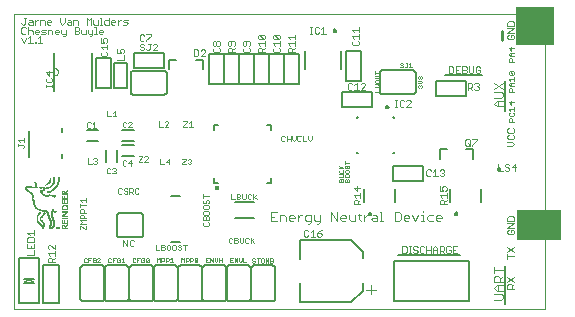
<source format=gto>
G75*
%MOIN*%
%OFA0B0*%
%FSLAX25Y25*%
%IPPOS*%
%LPD*%
%AMOC8*
5,1,8,0,0,1.08239X$1,22.5*
%
%ADD10C,0.00000*%
%ADD11C,0.00200*%
%ADD12C,0.00800*%
%ADD13R,0.01200X0.00080*%
%ADD14R,0.01360X0.00080*%
%ADD15R,0.01920X0.00080*%
%ADD16R,0.00240X0.00080*%
%ADD17R,0.01520X0.00080*%
%ADD18R,0.02000X0.00080*%
%ADD19R,0.00400X0.00080*%
%ADD20R,0.00240X0.00080*%
%ADD21R,0.00480X0.00080*%
%ADD22R,0.01600X0.00080*%
%ADD23R,0.00160X0.00080*%
%ADD24R,0.00560X0.00080*%
%ADD25R,0.00640X0.00080*%
%ADD26R,0.00320X0.00080*%
%ADD27R,0.00800X0.00080*%
%ADD28R,0.00880X0.00080*%
%ADD29R,0.00320X0.00080*%
%ADD30R,0.00080X0.00080*%
%ADD31R,0.01840X0.00080*%
%ADD32R,0.01120X0.00080*%
%ADD33R,0.00960X0.00080*%
%ADD34R,0.01040X0.00080*%
%ADD35R,0.00720X0.00080*%
%ADD36R,0.01120X0.00080*%
%ADD37R,0.01920X0.00080*%
%ADD38R,0.01520X0.00080*%
%ADD39R,0.01280X0.00080*%
%ADD40R,0.01440X0.00080*%
%ADD41R,0.03680X0.00080*%
%ADD42R,0.03520X0.00080*%
%ADD43R,0.03280X0.00080*%
%ADD44R,0.01760X0.00080*%
%ADD45R,0.00720X0.00080*%
%ADD46R,0.01040X0.00080*%
%ADD47R,0.00640X0.00080*%
%ADD48R,0.01680X0.00080*%
%ADD49R,0.02640X0.00080*%
%ADD50R,0.03120X0.00080*%
%ADD51R,0.03760X0.00080*%
%ADD52C,0.00300*%
%ADD53R,0.15000X0.10000*%
%ADD54R,0.12500X0.12500*%
%ADD55C,0.00787*%
%ADD56C,0.00500*%
%ADD57C,0.00600*%
%ADD58C,0.01782*%
%ADD59C,0.01000*%
%ADD60C,0.00400*%
D10*
X0050250Y0057425D02*
X0050250Y0155850D01*
X0227415Y0155850D01*
X0227415Y0057425D01*
X0050250Y0057425D01*
X0063788Y0135418D02*
X0063857Y0135420D01*
X0063925Y0135426D01*
X0063993Y0135436D01*
X0064060Y0135449D01*
X0064126Y0135467D01*
X0064191Y0135488D01*
X0064255Y0135513D01*
X0064317Y0135541D01*
X0064378Y0135573D01*
X0064437Y0135608D01*
X0064493Y0135647D01*
X0064548Y0135689D01*
X0064599Y0135734D01*
X0064649Y0135782D01*
X0064695Y0135832D01*
X0064738Y0135885D01*
X0064779Y0135941D01*
X0064816Y0135998D01*
X0064849Y0136058D01*
X0064880Y0136120D01*
X0064906Y0136183D01*
X0064929Y0136247D01*
X0064949Y0136313D01*
X0064964Y0136380D01*
X0064976Y0136447D01*
X0064984Y0136515D01*
X0064988Y0136584D01*
X0064988Y0136652D01*
X0064984Y0136721D01*
X0064976Y0136789D01*
X0064964Y0136856D01*
X0064949Y0136923D01*
X0064929Y0136989D01*
X0064906Y0137053D01*
X0064880Y0137116D01*
X0064849Y0137178D01*
X0064816Y0137238D01*
X0064779Y0137295D01*
X0064738Y0137351D01*
X0064695Y0137404D01*
X0064649Y0137454D01*
X0064599Y0137502D01*
X0064548Y0137547D01*
X0064493Y0137589D01*
X0064437Y0137628D01*
X0064378Y0137663D01*
X0064317Y0137695D01*
X0064255Y0137723D01*
X0064191Y0137748D01*
X0064126Y0137769D01*
X0064060Y0137787D01*
X0063993Y0137800D01*
X0063925Y0137810D01*
X0063857Y0137816D01*
X0063788Y0137818D01*
D11*
X0063090Y0136432D02*
X0060888Y0136432D01*
X0061989Y0135331D01*
X0061989Y0136799D01*
X0061255Y0134589D02*
X0060888Y0134222D01*
X0060888Y0133488D01*
X0061255Y0133121D01*
X0062723Y0133121D01*
X0063090Y0133488D01*
X0063090Y0134222D01*
X0062723Y0134589D01*
X0063090Y0132381D02*
X0063090Y0131648D01*
X0063090Y0132014D02*
X0060888Y0132014D01*
X0060888Y0131648D02*
X0060888Y0132381D01*
X0074702Y0119541D02*
X0074702Y0118340D01*
X0075002Y0118039D01*
X0075603Y0118039D01*
X0075903Y0118340D01*
X0076544Y0118039D02*
X0077745Y0118039D01*
X0077144Y0118039D02*
X0077144Y0119841D01*
X0076544Y0119240D01*
X0075903Y0119541D02*
X0075603Y0119841D01*
X0075002Y0119841D01*
X0074702Y0119541D01*
X0081472Y0121806D02*
X0081472Y0123608D01*
X0081472Y0121806D02*
X0082673Y0121806D01*
X0083314Y0121806D02*
X0084515Y0121806D01*
X0083914Y0121806D02*
X0083914Y0123608D01*
X0083314Y0123008D01*
X0086577Y0119738D02*
X0086577Y0118537D01*
X0086877Y0118236D01*
X0087478Y0118236D01*
X0087778Y0118537D01*
X0088419Y0118236D02*
X0089620Y0119437D01*
X0089620Y0119738D01*
X0089319Y0120038D01*
X0088719Y0120038D01*
X0088419Y0119738D01*
X0087778Y0119738D02*
X0087478Y0120038D01*
X0086877Y0120038D01*
X0086577Y0119738D01*
X0088419Y0118236D02*
X0089620Y0118236D01*
X0098736Y0118278D02*
X0099937Y0118278D01*
X0100577Y0118278D02*
X0101778Y0119479D01*
X0101778Y0119779D01*
X0101478Y0120079D01*
X0100878Y0120079D01*
X0100577Y0119779D01*
X0100577Y0118278D02*
X0101778Y0118278D01*
X0098736Y0118278D02*
X0098736Y0120079D01*
X0106826Y0120079D02*
X0108027Y0120079D01*
X0108027Y0119779D01*
X0106826Y0118578D01*
X0106826Y0118278D01*
X0108027Y0118278D01*
X0108668Y0118278D02*
X0109869Y0118278D01*
X0109268Y0118278D02*
X0109268Y0120079D01*
X0108668Y0119479D01*
X0108574Y0107599D02*
X0109175Y0107599D01*
X0109475Y0107299D01*
X0109475Y0106999D01*
X0109175Y0106698D01*
X0109475Y0106398D01*
X0109475Y0106098D01*
X0109175Y0105798D01*
X0108574Y0105798D01*
X0108274Y0106098D01*
X0107634Y0105798D02*
X0106433Y0105798D01*
X0106433Y0106098D01*
X0107634Y0107299D01*
X0107634Y0107599D01*
X0106433Y0107599D01*
X0108274Y0107299D02*
X0108574Y0107599D01*
X0108875Y0106698D02*
X0109175Y0106698D01*
X0102172Y0106698D02*
X0100971Y0106698D01*
X0101872Y0107599D01*
X0101872Y0105798D01*
X0100331Y0105798D02*
X0099130Y0105798D01*
X0099130Y0107599D01*
X0094956Y0107814D02*
X0094956Y0108114D01*
X0094655Y0108414D01*
X0094055Y0108414D01*
X0093754Y0108114D01*
X0093114Y0108114D02*
X0091913Y0106913D01*
X0091913Y0106613D01*
X0093114Y0106613D01*
X0093754Y0106613D02*
X0094956Y0107814D01*
X0094956Y0106613D02*
X0093754Y0106613D01*
X0093114Y0108114D02*
X0093114Y0108414D01*
X0091913Y0108414D01*
X0089319Y0107164D02*
X0088419Y0106263D01*
X0089620Y0106263D01*
X0089319Y0105362D02*
X0089319Y0107164D01*
X0087778Y0106864D02*
X0087478Y0107164D01*
X0086877Y0107164D01*
X0086577Y0106864D01*
X0086577Y0105663D01*
X0086877Y0105362D01*
X0087478Y0105362D01*
X0087778Y0105663D01*
X0084304Y0104253D02*
X0084304Y0103953D01*
X0084004Y0103652D01*
X0084304Y0103352D01*
X0084304Y0103052D01*
X0084004Y0102752D01*
X0083403Y0102752D01*
X0083103Y0103052D01*
X0082463Y0103052D02*
X0082162Y0102752D01*
X0081562Y0102752D01*
X0081262Y0103052D01*
X0081262Y0104253D01*
X0081562Y0104553D01*
X0082162Y0104553D01*
X0082463Y0104253D01*
X0083103Y0104253D02*
X0083403Y0104553D01*
X0084004Y0104553D01*
X0084304Y0104253D01*
X0084004Y0103652D02*
X0083704Y0103652D01*
X0078028Y0106295D02*
X0077728Y0105994D01*
X0077128Y0105994D01*
X0076827Y0106295D01*
X0076187Y0105994D02*
X0074986Y0105994D01*
X0074986Y0107796D01*
X0076827Y0107496D02*
X0077128Y0107796D01*
X0077728Y0107796D01*
X0078028Y0107496D01*
X0078028Y0107196D01*
X0077728Y0106895D01*
X0078028Y0106595D01*
X0078028Y0106295D01*
X0077728Y0106895D02*
X0077428Y0106895D01*
X0085424Y0097860D02*
X0085124Y0097560D01*
X0085124Y0096359D01*
X0085424Y0096058D01*
X0086024Y0096058D01*
X0086325Y0096359D01*
X0086965Y0096359D02*
X0087265Y0096058D01*
X0087866Y0096058D01*
X0088166Y0096359D01*
X0088166Y0096659D01*
X0087866Y0096959D01*
X0087265Y0096959D01*
X0086965Y0097259D01*
X0086965Y0097560D01*
X0087265Y0097860D01*
X0087866Y0097860D01*
X0088166Y0097560D01*
X0088807Y0097860D02*
X0088807Y0096058D01*
X0088807Y0096659D02*
X0089708Y0096659D01*
X0090008Y0096959D01*
X0090008Y0097560D01*
X0089708Y0097860D01*
X0088807Y0097860D01*
X0089407Y0096659D02*
X0090008Y0096058D01*
X0090648Y0096359D02*
X0090949Y0096058D01*
X0091549Y0096058D01*
X0091849Y0096359D01*
X0090648Y0096359D02*
X0090648Y0097560D01*
X0090949Y0097860D01*
X0091549Y0097860D01*
X0091849Y0097560D01*
X0086325Y0097560D02*
X0086024Y0097860D01*
X0085424Y0097860D01*
X0074294Y0094553D02*
X0074294Y0093352D01*
X0074294Y0093952D02*
X0072492Y0093952D01*
X0073093Y0093352D01*
X0072492Y0092711D02*
X0072492Y0091510D01*
X0072492Y0092111D02*
X0074294Y0092111D01*
X0073393Y0090870D02*
X0073693Y0090570D01*
X0073693Y0089669D01*
X0074294Y0089669D02*
X0072492Y0089669D01*
X0072492Y0090570D01*
X0072792Y0090870D01*
X0073393Y0090870D01*
X0073393Y0089028D02*
X0073693Y0088728D01*
X0073693Y0087827D01*
X0074294Y0087827D02*
X0072492Y0087827D01*
X0072492Y0088728D01*
X0072792Y0089028D01*
X0073393Y0089028D01*
X0072492Y0087187D02*
X0074294Y0087187D01*
X0074294Y0085986D02*
X0072492Y0085986D01*
X0073093Y0086586D01*
X0072492Y0087187D01*
X0072492Y0085345D02*
X0072792Y0085345D01*
X0073993Y0084144D01*
X0074294Y0084144D01*
X0074294Y0085345D01*
X0072492Y0085345D02*
X0072492Y0084144D01*
X0063900Y0079038D02*
X0063900Y0077570D01*
X0062432Y0079038D01*
X0062065Y0079038D01*
X0061698Y0078671D01*
X0061698Y0077937D01*
X0062065Y0077570D01*
X0061698Y0076094D02*
X0063900Y0076094D01*
X0063900Y0075360D02*
X0063900Y0076828D01*
X0062432Y0075360D02*
X0061698Y0076094D01*
X0062065Y0074618D02*
X0061698Y0074251D01*
X0061698Y0073150D01*
X0063900Y0073150D01*
X0063166Y0073150D02*
X0063166Y0074251D01*
X0062799Y0074618D01*
X0062065Y0074618D01*
X0063166Y0073884D02*
X0063900Y0074618D01*
X0057025Y0075650D02*
X0057025Y0077118D01*
X0057025Y0077860D02*
X0054823Y0077860D01*
X0054823Y0079328D01*
X0054823Y0080070D02*
X0054823Y0081171D01*
X0055190Y0081538D01*
X0056658Y0081538D01*
X0057025Y0081171D01*
X0057025Y0080070D01*
X0054823Y0080070D01*
X0055924Y0078594D02*
X0055924Y0077860D01*
X0057025Y0077860D02*
X0057025Y0079328D01*
X0057025Y0075650D02*
X0054823Y0075650D01*
X0055557Y0082280D02*
X0054823Y0083014D01*
X0057025Y0083014D01*
X0057025Y0082280D02*
X0057025Y0083748D01*
X0073653Y0074318D02*
X0073653Y0073384D01*
X0073887Y0073150D01*
X0074354Y0073150D01*
X0074588Y0073384D01*
X0075127Y0073150D02*
X0075127Y0074551D01*
X0076061Y0074551D01*
X0076600Y0074318D02*
X0076600Y0073384D01*
X0076834Y0073150D01*
X0077301Y0073150D01*
X0077534Y0073384D01*
X0077534Y0073851D01*
X0077067Y0073851D01*
X0076600Y0074318D02*
X0076834Y0074551D01*
X0077301Y0074551D01*
X0077534Y0074318D01*
X0078073Y0074318D02*
X0078307Y0074551D01*
X0078774Y0074551D01*
X0079007Y0074318D01*
X0079007Y0074084D01*
X0078073Y0073150D01*
X0079007Y0073150D01*
X0081778Y0073384D02*
X0081778Y0074318D01*
X0082012Y0074551D01*
X0082479Y0074551D01*
X0082713Y0074318D01*
X0083252Y0074551D02*
X0084186Y0074551D01*
X0084725Y0074318D02*
X0084725Y0073384D01*
X0084959Y0073150D01*
X0085426Y0073150D01*
X0085659Y0073384D01*
X0085659Y0073851D01*
X0085192Y0073851D01*
X0084725Y0074318D02*
X0084959Y0074551D01*
X0085426Y0074551D01*
X0085659Y0074318D01*
X0086198Y0074084D02*
X0086665Y0074551D01*
X0086665Y0073150D01*
X0086198Y0073150D02*
X0087132Y0073150D01*
X0089903Y0073384D02*
X0089903Y0074318D01*
X0090137Y0074551D01*
X0090604Y0074551D01*
X0090838Y0074318D01*
X0091377Y0074551D02*
X0091377Y0073150D01*
X0090838Y0073384D02*
X0090604Y0073150D01*
X0090137Y0073150D01*
X0089903Y0073384D01*
X0091377Y0073851D02*
X0091844Y0073851D01*
X0091377Y0074551D02*
X0092311Y0074551D01*
X0092850Y0074318D02*
X0092850Y0073384D01*
X0093084Y0073150D01*
X0093551Y0073150D01*
X0093784Y0073384D01*
X0093784Y0073851D01*
X0093317Y0073851D01*
X0092850Y0074318D02*
X0093084Y0074551D01*
X0093551Y0074551D01*
X0093784Y0074318D01*
X0094323Y0074318D02*
X0094323Y0073384D01*
X0095257Y0074318D01*
X0095257Y0073384D01*
X0095024Y0073150D01*
X0094557Y0073150D01*
X0094323Y0073384D01*
X0094323Y0074318D02*
X0094557Y0074551D01*
X0095024Y0074551D01*
X0095257Y0074318D01*
X0098028Y0074551D02*
X0098028Y0073150D01*
X0098963Y0073150D02*
X0098963Y0074551D01*
X0098496Y0074084D01*
X0098028Y0074551D01*
X0099502Y0074551D02*
X0100202Y0074551D01*
X0100436Y0074318D01*
X0100436Y0073851D01*
X0100202Y0073617D01*
X0099502Y0073617D01*
X0099502Y0073150D02*
X0099502Y0074551D01*
X0100975Y0074551D02*
X0100975Y0073150D01*
X0100975Y0073617D02*
X0101676Y0073617D01*
X0101909Y0073851D01*
X0101909Y0074318D01*
X0101676Y0074551D01*
X0100975Y0074551D01*
X0102448Y0074084D02*
X0102915Y0074551D01*
X0102915Y0073150D01*
X0102448Y0073150D02*
X0103382Y0073150D01*
X0106153Y0073150D02*
X0106153Y0074551D01*
X0106621Y0074084D01*
X0107088Y0074551D01*
X0107088Y0073150D01*
X0107627Y0073150D02*
X0107627Y0074551D01*
X0108327Y0074551D01*
X0108561Y0074318D01*
X0108561Y0073851D01*
X0108327Y0073617D01*
X0107627Y0073617D01*
X0109100Y0073617D02*
X0109801Y0073617D01*
X0110034Y0073851D01*
X0110034Y0074318D01*
X0109801Y0074551D01*
X0109100Y0074551D01*
X0109100Y0073150D01*
X0110573Y0073384D02*
X0111507Y0074318D01*
X0111507Y0073384D01*
X0111274Y0073150D01*
X0110807Y0073150D01*
X0110573Y0073384D01*
X0110573Y0074318D01*
X0110807Y0074551D01*
X0111274Y0074551D01*
X0111507Y0074318D01*
X0114278Y0074551D02*
X0114278Y0073150D01*
X0115213Y0073150D01*
X0115752Y0073150D02*
X0115752Y0074551D01*
X0116686Y0073150D01*
X0116686Y0074551D01*
X0117225Y0074551D02*
X0117225Y0073617D01*
X0117692Y0073150D01*
X0118159Y0073617D01*
X0118159Y0074551D01*
X0118698Y0074551D02*
X0118698Y0073150D01*
X0118698Y0073851D02*
X0119632Y0073851D01*
X0119632Y0074551D02*
X0119632Y0073150D01*
X0122403Y0073150D02*
X0122403Y0074551D01*
X0123338Y0074551D01*
X0123877Y0074551D02*
X0124811Y0073150D01*
X0124811Y0074551D01*
X0125350Y0074551D02*
X0125350Y0073617D01*
X0125817Y0073150D01*
X0126284Y0073617D01*
X0126284Y0074551D01*
X0126823Y0074551D02*
X0126823Y0073150D01*
X0127757Y0073150D01*
X0129792Y0073248D02*
X0130025Y0073014D01*
X0130492Y0073014D01*
X0130726Y0073248D01*
X0130726Y0073481D01*
X0130492Y0073715D01*
X0130025Y0073715D01*
X0129792Y0073948D01*
X0129792Y0074182D01*
X0130025Y0074415D01*
X0130492Y0074415D01*
X0130726Y0074182D01*
X0131265Y0074415D02*
X0132199Y0074415D01*
X0131732Y0074415D02*
X0131732Y0073014D01*
X0132738Y0073248D02*
X0132738Y0074182D01*
X0132972Y0074415D01*
X0133439Y0074415D01*
X0133672Y0074182D01*
X0133672Y0073248D01*
X0133439Y0073014D01*
X0132972Y0073014D01*
X0132738Y0073248D01*
X0134212Y0073014D02*
X0134212Y0074415D01*
X0135146Y0073014D01*
X0135146Y0074415D01*
X0135685Y0074415D02*
X0135685Y0073014D01*
X0136385Y0073014D01*
X0136619Y0073248D01*
X0136619Y0073481D01*
X0136385Y0073715D01*
X0135685Y0073715D01*
X0135685Y0074415D02*
X0136385Y0074415D01*
X0136619Y0074182D01*
X0136619Y0073948D01*
X0136385Y0073715D01*
X0130467Y0079556D02*
X0129567Y0080456D01*
X0129266Y0080156D02*
X0130467Y0081357D01*
X0129266Y0081357D02*
X0129266Y0079556D01*
X0128626Y0079856D02*
X0128325Y0079556D01*
X0127725Y0079556D01*
X0127425Y0079856D01*
X0127425Y0081057D01*
X0127725Y0081357D01*
X0128325Y0081357D01*
X0128626Y0081057D01*
X0126784Y0081357D02*
X0126784Y0079856D01*
X0126484Y0079556D01*
X0125883Y0079556D01*
X0125583Y0079856D01*
X0125583Y0081357D01*
X0124943Y0081057D02*
X0124943Y0080757D01*
X0124642Y0080456D01*
X0123742Y0080456D01*
X0123101Y0079856D02*
X0122801Y0079556D01*
X0122200Y0079556D01*
X0121900Y0079856D01*
X0121900Y0081057D01*
X0122200Y0081357D01*
X0122801Y0081357D01*
X0123101Y0081057D01*
X0123742Y0081357D02*
X0124642Y0081357D01*
X0124943Y0081057D01*
X0124642Y0080456D02*
X0124943Y0080156D01*
X0124943Y0079856D01*
X0124642Y0079556D01*
X0123742Y0079556D01*
X0123742Y0081357D01*
X0123877Y0074551D02*
X0123877Y0073150D01*
X0123338Y0073150D02*
X0122403Y0073150D01*
X0122403Y0073851D02*
X0122871Y0073851D01*
X0115213Y0074551D02*
X0114278Y0074551D01*
X0114278Y0073851D02*
X0114746Y0073851D01*
X0107372Y0077238D02*
X0107372Y0079039D01*
X0107972Y0079039D02*
X0106771Y0079039D01*
X0106131Y0078739D02*
X0105830Y0079039D01*
X0105230Y0079039D01*
X0104930Y0078739D01*
X0104930Y0078439D01*
X0105230Y0078138D01*
X0105830Y0078138D01*
X0106131Y0077838D01*
X0106131Y0077538D01*
X0105830Y0077238D01*
X0105230Y0077238D01*
X0104930Y0077538D01*
X0104289Y0077538D02*
X0104289Y0078739D01*
X0103989Y0079039D01*
X0103388Y0079039D01*
X0103088Y0078739D01*
X0103088Y0077538D01*
X0103388Y0077238D01*
X0103989Y0077238D01*
X0104289Y0077538D01*
X0102448Y0077538D02*
X0102147Y0077238D01*
X0101547Y0077238D01*
X0101247Y0077538D01*
X0101247Y0078739D01*
X0101547Y0079039D01*
X0102147Y0079039D01*
X0102448Y0078739D01*
X0102448Y0077538D01*
X0100606Y0077538D02*
X0100306Y0077238D01*
X0099405Y0077238D01*
X0099405Y0079039D01*
X0100306Y0079039D01*
X0100606Y0078739D01*
X0100606Y0078439D01*
X0100306Y0078138D01*
X0099405Y0078138D01*
X0100306Y0078138D02*
X0100606Y0077838D01*
X0100606Y0077538D01*
X0098764Y0077238D02*
X0097563Y0077238D01*
X0097563Y0079039D01*
X0090371Y0078804D02*
X0090004Y0078437D01*
X0089270Y0078437D01*
X0088903Y0078804D01*
X0088903Y0080272D01*
X0089270Y0080639D01*
X0090004Y0080639D01*
X0090371Y0080272D01*
X0088161Y0080639D02*
X0088161Y0078437D01*
X0086693Y0080639D01*
X0086693Y0078437D01*
X0083252Y0074551D02*
X0083252Y0073150D01*
X0082713Y0073384D02*
X0082479Y0073150D01*
X0082012Y0073150D01*
X0081778Y0073384D01*
X0083252Y0073851D02*
X0083719Y0073851D01*
X0075594Y0073851D02*
X0075127Y0073851D01*
X0074588Y0074318D02*
X0074354Y0074551D01*
X0073887Y0074551D01*
X0073653Y0074318D01*
X0113496Y0085675D02*
X0113796Y0085374D01*
X0114997Y0085374D01*
X0115298Y0085675D01*
X0115298Y0086275D01*
X0114997Y0086575D01*
X0115298Y0087216D02*
X0115298Y0088117D01*
X0114997Y0088417D01*
X0114697Y0088417D01*
X0114397Y0088117D01*
X0114397Y0087216D01*
X0113796Y0086575D02*
X0113496Y0086275D01*
X0113496Y0085675D01*
X0113496Y0087216D02*
X0113496Y0088117D01*
X0113796Y0088417D01*
X0114097Y0088417D01*
X0114397Y0088117D01*
X0113796Y0089058D02*
X0114997Y0089058D01*
X0115298Y0089358D01*
X0115298Y0089958D01*
X0114997Y0090259D01*
X0113796Y0090259D01*
X0113496Y0089958D01*
X0113496Y0089358D01*
X0113796Y0089058D01*
X0113796Y0090899D02*
X0114997Y0090899D01*
X0115298Y0091199D01*
X0115298Y0091800D01*
X0114997Y0092100D01*
X0113796Y0092100D01*
X0113496Y0091800D01*
X0113496Y0091199D01*
X0113796Y0090899D01*
X0113796Y0092741D02*
X0114097Y0092741D01*
X0114397Y0093041D01*
X0114397Y0093641D01*
X0114697Y0093942D01*
X0114997Y0093942D01*
X0115298Y0093641D01*
X0115298Y0093041D01*
X0114997Y0092741D01*
X0113796Y0092741D02*
X0113496Y0093041D01*
X0113496Y0093641D01*
X0113796Y0093942D01*
X0113496Y0094582D02*
X0113496Y0095783D01*
X0113496Y0095183D02*
X0115298Y0095183D01*
X0122732Y0095915D02*
X0122732Y0094113D01*
X0123933Y0094113D01*
X0124573Y0094113D02*
X0125474Y0094113D01*
X0125774Y0094414D01*
X0125774Y0094714D01*
X0125474Y0095014D01*
X0124573Y0095014D01*
X0124573Y0094113D02*
X0124573Y0095915D01*
X0125474Y0095915D01*
X0125774Y0095615D01*
X0125774Y0095314D01*
X0125474Y0095014D01*
X0126415Y0094414D02*
X0126715Y0094113D01*
X0127316Y0094113D01*
X0127616Y0094414D01*
X0127616Y0095915D01*
X0128256Y0095615D02*
X0128256Y0094414D01*
X0128557Y0094113D01*
X0129157Y0094113D01*
X0129457Y0094414D01*
X0130098Y0094714D02*
X0131299Y0095915D01*
X0130098Y0095915D02*
X0130098Y0094113D01*
X0130398Y0095014D02*
X0131299Y0094113D01*
X0129457Y0095615D02*
X0129157Y0095915D01*
X0128557Y0095915D01*
X0128256Y0095615D01*
X0126415Y0095915D02*
X0126415Y0094414D01*
X0115298Y0087216D02*
X0113496Y0087216D01*
X0146994Y0083572D02*
X0146994Y0082105D01*
X0147361Y0081738D01*
X0148095Y0081738D01*
X0148462Y0082105D01*
X0149204Y0081738D02*
X0150671Y0081738D01*
X0149938Y0081738D02*
X0149938Y0083939D01*
X0149204Y0083206D01*
X0148462Y0083572D02*
X0148095Y0083939D01*
X0147361Y0083939D01*
X0146994Y0083572D01*
X0151413Y0082839D02*
X0152514Y0082839D01*
X0152881Y0082472D01*
X0152881Y0082105D01*
X0152514Y0081738D01*
X0151780Y0081738D01*
X0151413Y0082105D01*
X0151413Y0082839D01*
X0152147Y0083572D01*
X0152881Y0083939D01*
X0163573Y0092525D02*
X0163573Y0093626D01*
X0163940Y0093993D01*
X0164674Y0093993D01*
X0165041Y0093626D01*
X0165041Y0092525D01*
X0165041Y0093259D02*
X0165775Y0093993D01*
X0165775Y0094735D02*
X0165775Y0096203D01*
X0165775Y0095469D02*
X0163573Y0095469D01*
X0164307Y0094735D01*
X0164674Y0096945D02*
X0164674Y0098413D01*
X0163573Y0098046D02*
X0164674Y0096945D01*
X0165775Y0098046D02*
X0163573Y0098046D01*
X0162025Y0100025D02*
X0160624Y0100025D01*
X0160624Y0100726D01*
X0160857Y0100959D01*
X0161091Y0100959D01*
X0161324Y0100726D01*
X0161324Y0100025D01*
X0161324Y0100726D02*
X0161558Y0100959D01*
X0161791Y0100959D01*
X0162025Y0100726D01*
X0162025Y0100025D01*
X0161791Y0101498D02*
X0162025Y0101732D01*
X0162025Y0102199D01*
X0161791Y0102432D01*
X0160857Y0102432D01*
X0160624Y0102199D01*
X0160624Y0101732D01*
X0160857Y0101498D01*
X0161791Y0101498D01*
X0161791Y0102972D02*
X0162025Y0103205D01*
X0162025Y0103672D01*
X0161791Y0103906D01*
X0160857Y0103906D01*
X0160624Y0103672D01*
X0160624Y0103205D01*
X0160857Y0102972D01*
X0161791Y0102972D01*
X0161791Y0104445D02*
X0162025Y0104678D01*
X0162025Y0105145D01*
X0161791Y0105379D01*
X0161558Y0105379D01*
X0161324Y0105145D01*
X0161324Y0104678D01*
X0161091Y0104445D01*
X0160857Y0104445D01*
X0160624Y0104678D01*
X0160624Y0105145D01*
X0160857Y0105379D01*
X0160624Y0105918D02*
X0160624Y0106852D01*
X0160624Y0106385D02*
X0162025Y0106385D01*
X0160150Y0105379D02*
X0159449Y0104678D01*
X0159683Y0104445D02*
X0158749Y0105379D01*
X0158749Y0104445D02*
X0160150Y0104445D01*
X0159916Y0103906D02*
X0160150Y0103672D01*
X0160150Y0103205D01*
X0159916Y0102972D01*
X0158982Y0102972D01*
X0158749Y0103205D01*
X0158749Y0103672D01*
X0158982Y0103906D01*
X0158749Y0102432D02*
X0159916Y0102432D01*
X0160150Y0102199D01*
X0160150Y0101732D01*
X0159916Y0101498D01*
X0158749Y0101498D01*
X0158982Y0100959D02*
X0159216Y0100959D01*
X0159449Y0100726D01*
X0159449Y0100025D01*
X0158749Y0100025D02*
X0160150Y0100025D01*
X0160150Y0100726D01*
X0159916Y0100959D01*
X0159683Y0100959D01*
X0159449Y0100726D01*
X0158982Y0100959D02*
X0158749Y0100726D01*
X0158749Y0100025D01*
X0163573Y0092525D02*
X0165775Y0092525D01*
X0179725Y0078477D02*
X0180826Y0078477D01*
X0181193Y0078110D01*
X0181193Y0076642D01*
X0180826Y0076275D01*
X0179725Y0076275D01*
X0179725Y0078477D01*
X0181935Y0078477D02*
X0182669Y0078477D01*
X0182302Y0078477D02*
X0182302Y0076275D01*
X0181935Y0076275D02*
X0182669Y0076275D01*
X0183408Y0076642D02*
X0183775Y0076275D01*
X0184509Y0076275D01*
X0184876Y0076642D01*
X0184876Y0077009D01*
X0184509Y0077376D01*
X0183775Y0077376D01*
X0183408Y0077743D01*
X0183408Y0078110D01*
X0183775Y0078477D01*
X0184509Y0078477D01*
X0184876Y0078110D01*
X0185618Y0078110D02*
X0185618Y0076642D01*
X0185985Y0076275D01*
X0186719Y0076275D01*
X0187086Y0076642D01*
X0187828Y0076275D02*
X0187828Y0078477D01*
X0187086Y0078110D02*
X0186719Y0078477D01*
X0185985Y0078477D01*
X0185618Y0078110D01*
X0187828Y0077376D02*
X0189296Y0077376D01*
X0190038Y0077376D02*
X0191506Y0077376D01*
X0191506Y0077743D02*
X0191506Y0076275D01*
X0192248Y0076275D02*
X0192248Y0078477D01*
X0193349Y0078477D01*
X0193716Y0078110D01*
X0193716Y0077376D01*
X0193349Y0077009D01*
X0192248Y0077009D01*
X0192982Y0077009D02*
X0193716Y0076275D01*
X0194458Y0076642D02*
X0194458Y0078110D01*
X0194825Y0078477D01*
X0195558Y0078477D01*
X0195925Y0078110D01*
X0195925Y0077376D02*
X0195191Y0077376D01*
X0195925Y0077376D02*
X0195925Y0076642D01*
X0195558Y0076275D01*
X0194825Y0076275D01*
X0194458Y0076642D01*
X0196667Y0076275D02*
X0198135Y0076275D01*
X0197401Y0077376D02*
X0196667Y0077376D01*
X0196667Y0078477D02*
X0196667Y0076275D01*
X0196667Y0078477D02*
X0198135Y0078477D01*
X0191506Y0077743D02*
X0190772Y0078477D01*
X0190038Y0077743D01*
X0190038Y0076275D01*
X0189296Y0076275D02*
X0189296Y0078477D01*
X0192323Y0092525D02*
X0192323Y0093626D01*
X0192690Y0093993D01*
X0193424Y0093993D01*
X0193791Y0093626D01*
X0193791Y0092525D01*
X0193791Y0093259D02*
X0194525Y0093993D01*
X0194525Y0094735D02*
X0194525Y0096203D01*
X0194525Y0095469D02*
X0192323Y0095469D01*
X0193057Y0094735D01*
X0193424Y0096945D02*
X0193057Y0097679D01*
X0193057Y0098046D01*
X0193424Y0098413D01*
X0194158Y0098413D01*
X0194525Y0098046D01*
X0194525Y0097312D01*
X0194158Y0096945D01*
X0193424Y0096945D02*
X0192323Y0096945D01*
X0192323Y0098413D01*
X0192637Y0101900D02*
X0192270Y0102267D01*
X0192637Y0101900D02*
X0193371Y0101900D01*
X0193738Y0102267D01*
X0193738Y0102634D01*
X0193371Y0103001D01*
X0193004Y0103001D01*
X0193371Y0103001D02*
X0193738Y0103368D01*
X0193738Y0103735D01*
X0193371Y0104102D01*
X0192637Y0104102D01*
X0192270Y0103735D01*
X0190794Y0104102D02*
X0190794Y0101900D01*
X0190060Y0101900D02*
X0191528Y0101900D01*
X0190060Y0103368D02*
X0190794Y0104102D01*
X0189318Y0103735D02*
X0188951Y0104102D01*
X0188217Y0104102D01*
X0187850Y0103735D01*
X0187850Y0102267D01*
X0188217Y0101900D01*
X0188951Y0101900D01*
X0189318Y0102267D01*
X0192323Y0092525D02*
X0194525Y0092525D01*
X0211831Y0103649D02*
X0213298Y0103649D01*
X0214040Y0104016D02*
X0214407Y0103649D01*
X0215141Y0103649D01*
X0215508Y0104016D01*
X0215508Y0104383D01*
X0215141Y0104750D01*
X0214407Y0104750D01*
X0214040Y0105117D01*
X0214040Y0105484D01*
X0214407Y0105850D01*
X0215141Y0105850D01*
X0215508Y0105484D01*
X0216250Y0104750D02*
X0217351Y0105850D01*
X0217351Y0103649D01*
X0217718Y0104750D02*
X0216250Y0104750D01*
X0211831Y0105850D02*
X0211831Y0103649D01*
X0214823Y0111900D02*
X0216291Y0111900D01*
X0217025Y0112634D01*
X0216291Y0113368D01*
X0214823Y0113368D01*
X0215190Y0114110D02*
X0214823Y0114477D01*
X0214823Y0115211D01*
X0215190Y0115578D01*
X0215190Y0116320D02*
X0216658Y0116320D01*
X0217025Y0116687D01*
X0217025Y0117421D01*
X0216658Y0117788D01*
X0215190Y0117788D02*
X0214823Y0117421D01*
X0214823Y0116687D01*
X0215190Y0116320D01*
X0216658Y0115578D02*
X0217025Y0115211D01*
X0217025Y0114477D01*
X0216658Y0114110D01*
X0215190Y0114110D01*
X0215223Y0120025D02*
X0215223Y0120926D01*
X0215524Y0121226D01*
X0216124Y0121226D01*
X0216424Y0120926D01*
X0216424Y0120025D01*
X0217025Y0120025D02*
X0215223Y0120025D01*
X0215524Y0121867D02*
X0216725Y0121867D01*
X0217025Y0122167D01*
X0217025Y0122767D01*
X0216725Y0123068D01*
X0217025Y0123708D02*
X0217025Y0124909D01*
X0217025Y0124309D02*
X0215223Y0124309D01*
X0215824Y0123708D01*
X0215524Y0123068D02*
X0215223Y0122767D01*
X0215223Y0122167D01*
X0215524Y0121867D01*
X0216124Y0125550D02*
X0216124Y0126751D01*
X0215223Y0126450D02*
X0216124Y0125550D01*
X0217025Y0126450D02*
X0215223Y0126450D01*
X0215223Y0130025D02*
X0215223Y0130926D01*
X0215524Y0131226D01*
X0216124Y0131226D01*
X0216424Y0130926D01*
X0216424Y0130025D01*
X0217025Y0130025D02*
X0215223Y0130025D01*
X0215824Y0131867D02*
X0215223Y0132467D01*
X0215824Y0133068D01*
X0217025Y0133068D01*
X0217025Y0133708D02*
X0217025Y0134909D01*
X0217025Y0134309D02*
X0215223Y0134309D01*
X0215824Y0133708D01*
X0216124Y0133068D02*
X0216124Y0131867D01*
X0215824Y0131867D02*
X0217025Y0131867D01*
X0216725Y0135550D02*
X0215524Y0136751D01*
X0216725Y0136751D01*
X0217025Y0136450D01*
X0217025Y0135850D01*
X0216725Y0135550D01*
X0215524Y0135550D01*
X0215223Y0135850D01*
X0215223Y0136450D01*
X0215524Y0136751D01*
X0215223Y0140025D02*
X0215223Y0140926D01*
X0215524Y0141226D01*
X0216124Y0141226D01*
X0216424Y0140926D01*
X0216424Y0140025D01*
X0217025Y0140025D02*
X0215223Y0140025D01*
X0215824Y0141867D02*
X0215223Y0142467D01*
X0215824Y0143068D01*
X0217025Y0143068D01*
X0216124Y0143068D02*
X0216124Y0141867D01*
X0215824Y0141867D02*
X0217025Y0141867D01*
X0216124Y0143708D02*
X0216124Y0144909D01*
X0215223Y0144609D02*
X0216124Y0143708D01*
X0217025Y0144609D02*
X0215223Y0144609D01*
X0215190Y0147525D02*
X0214823Y0147892D01*
X0214823Y0148626D01*
X0215190Y0148993D01*
X0215924Y0148993D02*
X0215924Y0148259D01*
X0215924Y0148993D02*
X0216658Y0148993D01*
X0217025Y0148626D01*
X0217025Y0147892D01*
X0216658Y0147525D01*
X0215190Y0147525D01*
X0214823Y0149735D02*
X0217025Y0151203D01*
X0214823Y0151203D01*
X0214823Y0151945D02*
X0214823Y0153046D01*
X0215190Y0153413D01*
X0216658Y0153413D01*
X0217025Y0153046D01*
X0217025Y0151945D01*
X0214823Y0151945D01*
X0214823Y0149735D02*
X0217025Y0149735D01*
X0205653Y0138047D02*
X0205286Y0138414D01*
X0204552Y0138414D01*
X0204185Y0138047D01*
X0204185Y0136580D01*
X0204552Y0136213D01*
X0205286Y0136213D01*
X0205653Y0136580D01*
X0205653Y0137314D01*
X0204919Y0137314D01*
X0203443Y0136580D02*
X0203443Y0138414D01*
X0201976Y0138414D02*
X0201976Y0136580D01*
X0202342Y0136213D01*
X0203076Y0136213D01*
X0203443Y0136580D01*
X0201234Y0136580D02*
X0200867Y0136213D01*
X0199766Y0136213D01*
X0199766Y0138414D01*
X0200867Y0138414D01*
X0201234Y0138047D01*
X0201234Y0137681D01*
X0200867Y0137314D01*
X0199766Y0137314D01*
X0200867Y0137314D02*
X0201234Y0136947D01*
X0201234Y0136580D01*
X0199024Y0136213D02*
X0197556Y0136213D01*
X0197556Y0138414D01*
X0199024Y0138414D01*
X0198290Y0137314D02*
X0197556Y0137314D01*
X0196814Y0136580D02*
X0196814Y0138047D01*
X0196447Y0138414D01*
X0195346Y0138414D01*
X0195346Y0136213D01*
X0196447Y0136213D01*
X0196814Y0136580D01*
X0201600Y0132852D02*
X0202701Y0132852D01*
X0203068Y0132485D01*
X0203068Y0131751D01*
X0202701Y0131384D01*
X0201600Y0131384D01*
X0202334Y0131384D02*
X0203068Y0130650D01*
X0203810Y0131017D02*
X0204177Y0130650D01*
X0204911Y0130650D01*
X0205278Y0131017D01*
X0205278Y0131384D01*
X0204911Y0131751D01*
X0204544Y0131751D01*
X0204911Y0131751D02*
X0205278Y0132118D01*
X0205278Y0132485D01*
X0204911Y0132852D01*
X0204177Y0132852D01*
X0203810Y0132485D01*
X0201600Y0132852D02*
X0201600Y0130650D01*
X0186400Y0131509D02*
X0186166Y0131275D01*
X0186400Y0131509D02*
X0186400Y0131976D01*
X0186166Y0132209D01*
X0185933Y0132209D01*
X0185699Y0131976D01*
X0185699Y0131742D01*
X0185699Y0131976D02*
X0185466Y0132209D01*
X0185232Y0132209D01*
X0184999Y0131976D01*
X0184999Y0131509D01*
X0185232Y0131275D01*
X0184999Y0132748D02*
X0185933Y0132748D01*
X0186400Y0133215D01*
X0185933Y0133682D01*
X0184999Y0133682D01*
X0185232Y0134222D02*
X0184999Y0134455D01*
X0184999Y0134922D01*
X0185232Y0135156D01*
X0185466Y0135156D01*
X0185699Y0134922D01*
X0185933Y0135156D01*
X0186166Y0135156D01*
X0186400Y0134922D01*
X0186400Y0134455D01*
X0186166Y0134222D01*
X0185699Y0134689D02*
X0185699Y0134922D01*
X0182981Y0138150D02*
X0182047Y0138150D01*
X0182514Y0138150D02*
X0182514Y0139551D01*
X0182047Y0139084D01*
X0181507Y0139551D02*
X0181040Y0139551D01*
X0181274Y0139551D02*
X0181274Y0138384D01*
X0181040Y0138150D01*
X0180807Y0138150D01*
X0180573Y0138384D01*
X0180034Y0138384D02*
X0179801Y0138150D01*
X0179334Y0138150D01*
X0179100Y0138384D01*
X0179334Y0138851D02*
X0179801Y0138851D01*
X0180034Y0138617D01*
X0180034Y0138384D01*
X0179334Y0138851D02*
X0179100Y0139084D01*
X0179100Y0139318D01*
X0179334Y0139551D01*
X0179801Y0139551D01*
X0180034Y0139318D01*
X0172025Y0136385D02*
X0170624Y0136385D01*
X0170624Y0135918D02*
X0170624Y0136852D01*
X0170624Y0135379D02*
X0171791Y0135379D01*
X0172025Y0135145D01*
X0172025Y0134678D01*
X0171791Y0134445D01*
X0170624Y0134445D01*
X0170857Y0133906D02*
X0170624Y0133672D01*
X0170624Y0133205D01*
X0170857Y0132972D01*
X0171791Y0132972D01*
X0172025Y0133205D01*
X0172025Y0133672D01*
X0171791Y0133906D01*
X0170857Y0133906D01*
X0170624Y0132432D02*
X0171558Y0132432D01*
X0172025Y0131965D01*
X0171558Y0131498D01*
X0170624Y0131498D01*
X0170624Y0130025D02*
X0172025Y0130025D01*
X0172025Y0130959D01*
X0167488Y0130650D02*
X0166020Y0130650D01*
X0167488Y0132118D01*
X0167488Y0132485D01*
X0167121Y0132852D01*
X0166387Y0132852D01*
X0166020Y0132485D01*
X0164544Y0132852D02*
X0164544Y0130650D01*
X0163810Y0130650D02*
X0165278Y0130650D01*
X0163810Y0132118D02*
X0164544Y0132852D01*
X0163068Y0132485D02*
X0162701Y0132852D01*
X0161967Y0132852D01*
X0161600Y0132485D01*
X0161600Y0131017D01*
X0161967Y0130650D01*
X0162701Y0130650D01*
X0163068Y0131017D01*
X0177387Y0127202D02*
X0178121Y0127202D01*
X0177754Y0127202D02*
X0177754Y0125000D01*
X0177387Y0125000D02*
X0178121Y0125000D01*
X0178861Y0125367D02*
X0179228Y0125000D01*
X0179962Y0125000D01*
X0180329Y0125367D01*
X0181071Y0125000D02*
X0182538Y0126468D01*
X0182538Y0126835D01*
X0182171Y0127202D01*
X0181438Y0127202D01*
X0181071Y0126835D01*
X0180329Y0126835D02*
X0179962Y0127202D01*
X0179228Y0127202D01*
X0178861Y0126835D01*
X0178861Y0125367D01*
X0181071Y0125000D02*
X0182538Y0125000D01*
X0200844Y0113872D02*
X0200844Y0112404D01*
X0201211Y0112037D01*
X0201945Y0112037D01*
X0202312Y0112404D01*
X0202312Y0113872D01*
X0201945Y0114239D01*
X0201211Y0114239D01*
X0200844Y0113872D01*
X0201578Y0112771D02*
X0202312Y0112037D01*
X0203054Y0112037D02*
X0203054Y0112404D01*
X0204522Y0113872D01*
X0204522Y0114239D01*
X0203054Y0114239D01*
X0215190Y0088413D02*
X0214823Y0088046D01*
X0214823Y0086945D01*
X0217025Y0086945D01*
X0217025Y0088046D01*
X0216658Y0088413D01*
X0215190Y0088413D01*
X0214823Y0086203D02*
X0217025Y0086203D01*
X0214823Y0084735D01*
X0217025Y0084735D01*
X0216658Y0083993D02*
X0215924Y0083993D01*
X0215924Y0083259D01*
X0215190Y0083993D02*
X0214823Y0083626D01*
X0214823Y0082892D01*
X0215190Y0082525D01*
X0216658Y0082525D01*
X0217025Y0082892D01*
X0217025Y0083626D01*
X0216658Y0083993D01*
X0217025Y0078078D02*
X0214823Y0076610D01*
X0214823Y0075868D02*
X0214823Y0074400D01*
X0214823Y0075134D02*
X0217025Y0075134D01*
X0217025Y0076610D02*
X0214823Y0078078D01*
X0214823Y0068078D02*
X0217025Y0066610D01*
X0217025Y0065868D02*
X0216291Y0065134D01*
X0216291Y0065501D02*
X0216291Y0064400D01*
X0217025Y0064400D02*
X0214823Y0064400D01*
X0214823Y0065501D01*
X0215190Y0065868D01*
X0215924Y0065868D01*
X0216291Y0065501D01*
X0214823Y0066610D02*
X0217025Y0068078D01*
X0149572Y0114201D02*
X0149572Y0115402D01*
X0149572Y0114201D02*
X0148971Y0113601D01*
X0148371Y0114201D01*
X0148371Y0115402D01*
X0146529Y0115402D02*
X0146529Y0113601D01*
X0147730Y0113601D01*
X0145889Y0113901D02*
X0145588Y0113601D01*
X0144988Y0113601D01*
X0144687Y0113901D01*
X0144687Y0115102D01*
X0144988Y0115402D01*
X0145588Y0115402D01*
X0145889Y0115102D01*
X0144380Y0115284D02*
X0144380Y0114083D01*
X0143779Y0113483D01*
X0143179Y0114083D01*
X0143179Y0115284D01*
X0142538Y0115284D02*
X0142538Y0113483D01*
X0142538Y0114383D02*
X0141337Y0114383D01*
X0140697Y0113783D02*
X0140396Y0113483D01*
X0139796Y0113483D01*
X0139496Y0113783D01*
X0139496Y0114984D01*
X0139796Y0115284D01*
X0140396Y0115284D01*
X0140697Y0114984D01*
X0141337Y0115284D02*
X0141337Y0113483D01*
X0114028Y0141900D02*
X0112560Y0141900D01*
X0114028Y0143368D01*
X0114028Y0143735D01*
X0113661Y0144102D01*
X0112927Y0144102D01*
X0112560Y0143735D01*
X0111818Y0143735D02*
X0111818Y0142267D01*
X0111451Y0141900D01*
X0110350Y0141900D01*
X0110350Y0144102D01*
X0111451Y0144102D01*
X0111818Y0143735D01*
X0116698Y0143517D02*
X0117065Y0143150D01*
X0118533Y0143150D01*
X0118900Y0143517D01*
X0118900Y0144251D01*
X0118533Y0144618D01*
X0118533Y0145360D02*
X0118166Y0145360D01*
X0117799Y0145727D01*
X0117799Y0146461D01*
X0118166Y0146828D01*
X0118533Y0146828D01*
X0118900Y0146461D01*
X0118900Y0145727D01*
X0118533Y0145360D01*
X0117799Y0145727D02*
X0117432Y0145360D01*
X0117065Y0145360D01*
X0116698Y0145727D01*
X0116698Y0146461D01*
X0117065Y0146828D01*
X0117432Y0146828D01*
X0117799Y0146461D01*
X0117065Y0144618D02*
X0116698Y0144251D01*
X0116698Y0143517D01*
X0121698Y0143150D02*
X0121698Y0144251D01*
X0122065Y0144618D01*
X0122799Y0144618D01*
X0123166Y0144251D01*
X0123166Y0143150D01*
X0123166Y0143884D02*
X0123900Y0144618D01*
X0123533Y0145360D02*
X0123900Y0145727D01*
X0123900Y0146461D01*
X0123533Y0146828D01*
X0122065Y0146828D01*
X0121698Y0146461D01*
X0121698Y0145727D01*
X0122065Y0145360D01*
X0122432Y0145360D01*
X0122799Y0145727D01*
X0122799Y0146828D01*
X0123900Y0143150D02*
X0121698Y0143150D01*
X0126698Y0143517D02*
X0127065Y0143150D01*
X0128533Y0143150D01*
X0128900Y0143517D01*
X0128900Y0144251D01*
X0128533Y0144618D01*
X0128533Y0145360D02*
X0128900Y0145727D01*
X0128900Y0146461D01*
X0128533Y0146828D01*
X0127065Y0146828D01*
X0126698Y0146461D01*
X0126698Y0145727D01*
X0127065Y0145360D01*
X0127432Y0145360D01*
X0127799Y0145727D01*
X0127799Y0146828D01*
X0127065Y0144618D02*
X0126698Y0144251D01*
X0126698Y0143517D01*
X0131698Y0143150D02*
X0131698Y0144251D01*
X0132065Y0144618D01*
X0132799Y0144618D01*
X0133166Y0144251D01*
X0133166Y0143150D01*
X0133166Y0143884D02*
X0133900Y0144618D01*
X0133900Y0145360D02*
X0133900Y0146828D01*
X0133900Y0146094D02*
X0131698Y0146094D01*
X0132432Y0145360D01*
X0132065Y0147570D02*
X0131698Y0147937D01*
X0131698Y0148671D01*
X0132065Y0149038D01*
X0133533Y0147570D01*
X0133900Y0147937D01*
X0133900Y0148671D01*
X0133533Y0149038D01*
X0132065Y0149038D01*
X0132065Y0147570D02*
X0133533Y0147570D01*
X0136698Y0147937D02*
X0136698Y0148671D01*
X0137065Y0149038D01*
X0138533Y0147570D01*
X0138900Y0147937D01*
X0138900Y0148671D01*
X0138533Y0149038D01*
X0137065Y0149038D01*
X0136698Y0147937D02*
X0137065Y0147570D01*
X0138533Y0147570D01*
X0138900Y0146828D02*
X0138900Y0145360D01*
X0138900Y0146094D02*
X0136698Y0146094D01*
X0137432Y0145360D01*
X0137065Y0144618D02*
X0136698Y0144251D01*
X0136698Y0143517D01*
X0137065Y0143150D01*
X0138533Y0143150D01*
X0138900Y0143517D01*
X0138900Y0144251D01*
X0138533Y0144618D01*
X0141698Y0144251D02*
X0142065Y0144618D01*
X0142799Y0144618D01*
X0143166Y0144251D01*
X0143166Y0143150D01*
X0143166Y0143884D02*
X0143900Y0144618D01*
X0143900Y0145360D02*
X0143900Y0146828D01*
X0143900Y0146094D02*
X0141698Y0146094D01*
X0142432Y0145360D01*
X0141698Y0144251D02*
X0141698Y0143150D01*
X0143900Y0143150D01*
X0143900Y0147570D02*
X0143900Y0149038D01*
X0143900Y0148304D02*
X0141698Y0148304D01*
X0142432Y0147570D01*
X0149100Y0149400D02*
X0149834Y0149400D01*
X0149467Y0149400D02*
X0149467Y0151602D01*
X0149100Y0151602D02*
X0149834Y0151602D01*
X0150573Y0151235D02*
X0150573Y0149767D01*
X0150940Y0149400D01*
X0151674Y0149400D01*
X0152041Y0149767D01*
X0152783Y0149400D02*
X0154251Y0149400D01*
X0153517Y0149400D02*
X0153517Y0151602D01*
X0152783Y0150868D01*
X0152041Y0151235D02*
X0151674Y0151602D01*
X0150940Y0151602D01*
X0150573Y0151235D01*
X0163073Y0150679D02*
X0165275Y0150679D01*
X0165275Y0149945D02*
X0165275Y0151413D01*
X0163807Y0149945D02*
X0163073Y0150679D01*
X0163073Y0148469D02*
X0165275Y0148469D01*
X0165275Y0147735D02*
X0165275Y0149203D01*
X0163807Y0147735D02*
X0163073Y0148469D01*
X0163440Y0146993D02*
X0163073Y0146626D01*
X0163073Y0145892D01*
X0163440Y0145525D01*
X0164908Y0145525D01*
X0165275Y0145892D01*
X0165275Y0146626D01*
X0164908Y0146993D01*
X0133900Y0143150D02*
X0131698Y0143150D01*
X0098113Y0143775D02*
X0096645Y0143775D01*
X0098113Y0145243D01*
X0098113Y0145610D01*
X0097746Y0145977D01*
X0097012Y0145977D01*
X0096645Y0145610D01*
X0095903Y0145977D02*
X0095169Y0145977D01*
X0095536Y0145977D02*
X0095536Y0144142D01*
X0095169Y0143775D01*
X0094802Y0143775D01*
X0094435Y0144142D01*
X0093693Y0144142D02*
X0093326Y0143775D01*
X0092592Y0143775D01*
X0092225Y0144142D01*
X0092592Y0144876D02*
X0093326Y0144876D01*
X0093693Y0144509D01*
X0093693Y0144142D01*
X0092592Y0144876D02*
X0092225Y0145243D01*
X0092225Y0145610D01*
X0092592Y0145977D01*
X0093326Y0145977D01*
X0093693Y0145610D01*
X0093326Y0146900D02*
X0093693Y0147267D01*
X0093326Y0146900D02*
X0092592Y0146900D01*
X0092225Y0147267D01*
X0092225Y0148735D01*
X0092592Y0149102D01*
X0093326Y0149102D01*
X0093693Y0148735D01*
X0094435Y0149102D02*
X0095903Y0149102D01*
X0095903Y0148735D01*
X0094435Y0147267D01*
X0094435Y0146900D01*
X0087025Y0143961D02*
X0087025Y0143227D01*
X0086658Y0142860D01*
X0085924Y0142860D02*
X0085557Y0143594D01*
X0085557Y0143961D01*
X0085924Y0144328D01*
X0086658Y0144328D01*
X0087025Y0143961D01*
X0085924Y0142860D02*
X0084823Y0142860D01*
X0084823Y0144328D01*
X0087025Y0142118D02*
X0087025Y0140650D01*
X0084823Y0140650D01*
X0081400Y0142267D02*
X0081400Y0143001D01*
X0081033Y0143368D01*
X0081400Y0144110D02*
X0081400Y0145578D01*
X0081400Y0144844D02*
X0079198Y0144844D01*
X0079932Y0144110D01*
X0079565Y0143368D02*
X0079198Y0143001D01*
X0079198Y0142267D01*
X0079565Y0141900D01*
X0081033Y0141900D01*
X0081400Y0142267D01*
X0081033Y0146320D02*
X0081400Y0146687D01*
X0081400Y0147421D01*
X0081033Y0147788D01*
X0080299Y0147788D01*
X0079932Y0147421D01*
X0079932Y0147054D01*
X0080299Y0146320D01*
X0079198Y0146320D01*
X0079198Y0147788D01*
X0078999Y0149272D02*
X0078632Y0149639D01*
X0078632Y0150373D01*
X0078999Y0150740D01*
X0079733Y0150740D01*
X0080100Y0150373D01*
X0080100Y0150006D01*
X0078632Y0150006D01*
X0078999Y0149272D02*
X0079733Y0149272D01*
X0077893Y0149272D02*
X0077159Y0149272D01*
X0077526Y0149272D02*
X0077526Y0151474D01*
X0077159Y0151474D01*
X0077157Y0152397D02*
X0078258Y0152397D01*
X0078258Y0153865D01*
X0079000Y0154599D02*
X0079367Y0154599D01*
X0079367Y0152397D01*
X0079000Y0152397D02*
X0079734Y0152397D01*
X0080473Y0152764D02*
X0080473Y0153498D01*
X0080840Y0153865D01*
X0081941Y0153865D01*
X0081941Y0154599D02*
X0081941Y0152397D01*
X0080840Y0152397D01*
X0080473Y0152764D01*
X0082683Y0152764D02*
X0082683Y0153498D01*
X0083050Y0153865D01*
X0083784Y0153865D01*
X0084151Y0153498D01*
X0084151Y0153131D01*
X0082683Y0153131D01*
X0082683Y0152764D02*
X0083050Y0152397D01*
X0083784Y0152397D01*
X0084893Y0152397D02*
X0084893Y0153865D01*
X0084893Y0153131D02*
X0085627Y0153865D01*
X0085994Y0153865D01*
X0086735Y0153498D02*
X0087102Y0153865D01*
X0088203Y0153865D01*
X0087836Y0153131D02*
X0087102Y0153131D01*
X0086735Y0153498D01*
X0086735Y0152397D02*
X0087836Y0152397D01*
X0088203Y0152764D01*
X0087836Y0153131D01*
X0077157Y0152397D02*
X0076790Y0152764D01*
X0076790Y0153865D01*
X0076048Y0154599D02*
X0076048Y0152397D01*
X0074580Y0152397D02*
X0074580Y0154599D01*
X0075314Y0153865D01*
X0076048Y0154599D01*
X0071629Y0153498D02*
X0071629Y0152397D01*
X0071630Y0151474D02*
X0071997Y0151107D01*
X0071997Y0150740D01*
X0071630Y0150373D01*
X0070529Y0150373D01*
X0070529Y0149272D02*
X0070529Y0151474D01*
X0071630Y0151474D01*
X0071630Y0150373D02*
X0071997Y0150006D01*
X0071997Y0149639D01*
X0071630Y0149272D01*
X0070529Y0149272D01*
X0072739Y0149639D02*
X0073106Y0149272D01*
X0074207Y0149272D01*
X0074207Y0150740D01*
X0074949Y0150740D02*
X0074949Y0149639D01*
X0075316Y0149272D01*
X0076417Y0149272D01*
X0076417Y0148905D02*
X0076417Y0150740D01*
X0076417Y0148905D02*
X0076050Y0148538D01*
X0075683Y0148538D01*
X0072739Y0149639D02*
X0072739Y0150740D01*
X0070161Y0152397D02*
X0070161Y0153865D01*
X0071262Y0153865D01*
X0071629Y0153498D01*
X0069419Y0153498D02*
X0069419Y0152397D01*
X0068318Y0152397D01*
X0067951Y0152764D01*
X0068318Y0153131D01*
X0069419Y0153131D01*
X0069419Y0153498D02*
X0069052Y0153865D01*
X0068318Y0153865D01*
X0067209Y0153131D02*
X0067209Y0154599D01*
X0067209Y0153131D02*
X0066475Y0152397D01*
X0065741Y0153131D01*
X0065741Y0154599D01*
X0062789Y0153498D02*
X0062789Y0153131D01*
X0061321Y0153131D01*
X0061321Y0153498D02*
X0061688Y0153865D01*
X0062422Y0153865D01*
X0062789Y0153498D01*
X0062422Y0152397D02*
X0061688Y0152397D01*
X0061321Y0152764D01*
X0061321Y0153498D01*
X0060579Y0153498D02*
X0060579Y0152397D01*
X0060579Y0153498D02*
X0060212Y0153865D01*
X0059111Y0153865D01*
X0059111Y0152397D01*
X0058371Y0153865D02*
X0058004Y0153865D01*
X0057270Y0153131D01*
X0057270Y0152397D02*
X0057270Y0153865D01*
X0056528Y0153498D02*
X0056528Y0152397D01*
X0055427Y0152397D01*
X0055060Y0152764D01*
X0055427Y0153131D01*
X0056528Y0153131D01*
X0056528Y0153498D02*
X0056161Y0153865D01*
X0055427Y0153865D01*
X0054318Y0154599D02*
X0053584Y0154599D01*
X0053951Y0154599D02*
X0053951Y0152764D01*
X0053584Y0152397D01*
X0053217Y0152397D01*
X0052850Y0152764D01*
X0053217Y0151474D02*
X0052850Y0151107D01*
X0052850Y0149639D01*
X0053217Y0149272D01*
X0053951Y0149272D01*
X0054318Y0149639D01*
X0055060Y0149272D02*
X0055060Y0151474D01*
X0055427Y0150740D02*
X0056161Y0150740D01*
X0056528Y0150373D01*
X0056528Y0149272D01*
X0057270Y0149639D02*
X0057270Y0150373D01*
X0057637Y0150740D01*
X0058371Y0150740D01*
X0058738Y0150373D01*
X0058738Y0150006D01*
X0057270Y0150006D01*
X0057270Y0149639D02*
X0057637Y0149272D01*
X0058371Y0149272D01*
X0059109Y0148477D02*
X0058375Y0147743D01*
X0059109Y0148477D02*
X0059109Y0146275D01*
X0058375Y0146275D02*
X0059843Y0146275D01*
X0057637Y0146275D02*
X0057270Y0146275D01*
X0057270Y0146642D01*
X0057637Y0146642D01*
X0057637Y0146275D01*
X0056528Y0146275D02*
X0055060Y0146275D01*
X0055794Y0146275D02*
X0055794Y0148477D01*
X0055060Y0147743D01*
X0054318Y0147743D02*
X0053584Y0146275D01*
X0052850Y0147743D01*
X0055060Y0150373D02*
X0055427Y0150740D01*
X0054318Y0151107D02*
X0053951Y0151474D01*
X0053217Y0151474D01*
X0059480Y0150373D02*
X0059847Y0150740D01*
X0060948Y0150740D01*
X0061690Y0150740D02*
X0062790Y0150740D01*
X0063157Y0150373D01*
X0063157Y0149272D01*
X0063899Y0149639D02*
X0063899Y0150373D01*
X0064266Y0150740D01*
X0065000Y0150740D01*
X0065367Y0150373D01*
X0065367Y0150006D01*
X0063899Y0150006D01*
X0063899Y0149639D02*
X0064266Y0149272D01*
X0065000Y0149272D01*
X0066109Y0149639D02*
X0066476Y0149272D01*
X0067577Y0149272D01*
X0067577Y0148905D02*
X0067577Y0150740D01*
X0066109Y0150740D02*
X0066109Y0149639D01*
X0066843Y0148538D02*
X0067210Y0148538D01*
X0067577Y0148905D01*
X0061690Y0149272D02*
X0061690Y0150740D01*
X0060948Y0149639D02*
X0060581Y0150006D01*
X0059847Y0150006D01*
X0059480Y0150373D01*
X0059480Y0149272D02*
X0060581Y0149272D01*
X0060948Y0149639D01*
X0053551Y0114425D02*
X0053551Y0113224D01*
X0053551Y0113824D02*
X0051749Y0113824D01*
X0052350Y0113224D01*
X0051749Y0112583D02*
X0051749Y0111983D01*
X0051749Y0112283D02*
X0053250Y0112283D01*
X0053551Y0111983D01*
X0053551Y0111682D01*
X0053250Y0111382D01*
D12*
X0077750Y0131175D02*
X0077750Y0141175D01*
X0082750Y0141175D01*
X0082750Y0131175D01*
X0077750Y0131175D01*
X0083687Y0131387D02*
X0088063Y0131387D01*
X0088062Y0139713D01*
X0083687Y0139713D01*
X0083687Y0131387D01*
X0090250Y0138050D02*
X0100250Y0138050D01*
X0100250Y0143050D01*
X0090250Y0143050D01*
X0090250Y0138050D01*
X0115250Y0142425D02*
X0115250Y0132425D01*
X0120250Y0132425D01*
X0120250Y0142425D01*
X0125250Y0142425D01*
X0125250Y0132425D01*
X0120250Y0132425D01*
X0120250Y0142425D01*
X0115250Y0142425D01*
X0125250Y0142425D02*
X0130250Y0142425D01*
X0130250Y0132425D01*
X0135250Y0132425D01*
X0135250Y0142425D01*
X0130250Y0142425D01*
X0130250Y0132425D01*
X0125250Y0132425D01*
X0125250Y0142425D01*
X0135250Y0142425D02*
X0140250Y0142425D01*
X0140250Y0132425D01*
X0145250Y0132425D01*
X0145250Y0142425D01*
X0140250Y0142425D01*
X0140250Y0132425D01*
X0135250Y0132425D01*
X0135250Y0142425D01*
X0160875Y0143675D02*
X0160875Y0133675D01*
X0165875Y0133675D01*
X0165875Y0143675D01*
X0160875Y0143675D01*
X0159625Y0129925D02*
X0169625Y0129925D01*
X0169625Y0124925D01*
X0159625Y0124925D01*
X0159625Y0129925D01*
X0136146Y0118946D02*
X0136146Y0117371D01*
X0136146Y0118946D02*
X0134571Y0118946D01*
X0118429Y0118946D02*
X0116854Y0118946D01*
X0116854Y0117371D01*
X0116854Y0101229D02*
X0116854Y0099654D01*
X0118429Y0099654D01*
X0134571Y0099654D02*
X0136146Y0099654D01*
X0136146Y0101229D01*
X0176830Y0100240D02*
X0186830Y0100240D01*
X0186830Y0105240D01*
X0176830Y0105240D01*
X0176830Y0100240D01*
X0192238Y0107656D02*
X0192238Y0110806D01*
X0194600Y0110806D01*
X0200900Y0110806D02*
X0203262Y0110806D01*
X0203262Y0107656D01*
X0214000Y0123675D02*
X0214000Y0133675D01*
X0206500Y0135550D02*
X0194000Y0135550D01*
X0190875Y0133675D02*
X0200875Y0133675D01*
X0200875Y0128675D01*
X0190875Y0128675D01*
X0190875Y0133675D01*
X0199000Y0075550D02*
X0178375Y0075550D01*
X0214000Y0071800D02*
X0214000Y0059300D01*
X0065437Y0059526D02*
X0059925Y0059526D01*
X0059925Y0072125D01*
X0065437Y0072125D01*
X0065437Y0059526D01*
X0058769Y0059453D02*
X0058769Y0074413D01*
X0052076Y0074413D01*
X0052076Y0059453D01*
X0058769Y0059453D01*
X0056997Y0066145D02*
X0053847Y0066145D01*
X0055422Y0067720D01*
X0056997Y0066145D01*
X0056997Y0067720D02*
X0055422Y0067720D01*
X0053847Y0067720D01*
D13*
X0062810Y0084225D03*
X0061290Y0095025D03*
X0062090Y0096465D03*
X0054970Y0098225D03*
D14*
X0064970Y0084465D03*
X0064970Y0084385D03*
X0064970Y0084305D03*
X0064970Y0084225D03*
D15*
X0067490Y0084225D03*
X0067490Y0085985D03*
X0067490Y0088305D03*
X0067490Y0090465D03*
X0067490Y0092545D03*
X0067490Y0094065D03*
X0067490Y0095585D03*
X0067490Y0095665D03*
D16*
X0067450Y0094945D03*
X0067450Y0094865D03*
X0067450Y0094785D03*
X0067450Y0094705D03*
X0067450Y0094625D03*
X0067450Y0094545D03*
X0067450Y0094465D03*
X0067450Y0094385D03*
X0067450Y0094305D03*
X0067450Y0094225D03*
X0067450Y0093345D03*
X0067450Y0093265D03*
X0067450Y0093185D03*
X0067450Y0093105D03*
X0067450Y0093025D03*
X0067450Y0092945D03*
X0067450Y0092865D03*
X0067450Y0092785D03*
X0067450Y0092705D03*
X0066570Y0092705D03*
X0066570Y0092785D03*
X0066570Y0092865D03*
X0066570Y0092945D03*
X0066570Y0093025D03*
X0066570Y0093105D03*
X0066570Y0093185D03*
X0066570Y0093265D03*
X0066570Y0093345D03*
X0066570Y0093425D03*
X0066570Y0094225D03*
X0066570Y0094305D03*
X0066570Y0094385D03*
X0066570Y0094465D03*
X0066570Y0094545D03*
X0066570Y0094625D03*
X0066570Y0094705D03*
X0066570Y0094785D03*
X0066570Y0094865D03*
X0066570Y0094945D03*
X0066570Y0095825D03*
X0066570Y0095905D03*
X0066570Y0095985D03*
X0066570Y0096065D03*
X0066570Y0096145D03*
X0066570Y0096225D03*
X0066650Y0096385D03*
X0067450Y0096465D03*
X0066890Y0091665D03*
X0066810Y0091585D03*
X0066650Y0091345D03*
X0066570Y0090945D03*
X0066570Y0090865D03*
X0066570Y0090785D03*
X0066570Y0090705D03*
X0066570Y0090625D03*
X0068170Y0091505D03*
X0068250Y0091425D03*
X0063450Y0090545D03*
X0066570Y0086865D03*
X0066570Y0086785D03*
X0066570Y0086705D03*
X0066570Y0086625D03*
X0066570Y0086545D03*
X0066570Y0086465D03*
X0066570Y0086385D03*
X0066570Y0086305D03*
X0066570Y0086225D03*
X0066570Y0086145D03*
X0067450Y0086145D03*
X0067450Y0086225D03*
X0067450Y0086305D03*
X0067450Y0086385D03*
X0067450Y0086465D03*
X0067450Y0086545D03*
X0067450Y0086625D03*
X0067450Y0086705D03*
X0067450Y0086785D03*
X0068250Y0085345D03*
X0067850Y0085025D03*
X0067610Y0084785D03*
X0067450Y0085025D03*
X0067370Y0085105D03*
X0066650Y0085025D03*
X0066570Y0084785D03*
X0066570Y0084705D03*
X0066570Y0084625D03*
X0066570Y0084545D03*
X0066570Y0084465D03*
X0066570Y0084385D03*
X0060170Y0084305D03*
D17*
X0062730Y0084305D03*
X0062730Y0084385D03*
X0059770Y0097985D03*
D18*
X0067450Y0094145D03*
X0067450Y0092625D03*
X0067450Y0090545D03*
X0067450Y0089665D03*
X0067450Y0088385D03*
X0067450Y0087585D03*
X0067450Y0087505D03*
X0067450Y0084305D03*
X0059930Y0090225D03*
D19*
X0058730Y0089025D03*
X0058650Y0088945D03*
X0058490Y0088705D03*
X0058410Y0088625D03*
X0058410Y0088545D03*
X0059530Y0088065D03*
X0059530Y0086865D03*
X0059530Y0086785D03*
X0058410Y0086545D03*
X0058410Y0086465D03*
X0060410Y0085825D03*
X0060410Y0085585D03*
X0060410Y0085505D03*
X0060330Y0085265D03*
X0060330Y0085185D03*
X0060330Y0085105D03*
X0060250Y0084945D03*
X0060170Y0084385D03*
X0062250Y0084625D03*
X0062330Y0084785D03*
X0062410Y0084865D03*
X0062490Y0085025D03*
X0062490Y0085105D03*
X0062570Y0085265D03*
X0062570Y0085345D03*
X0062570Y0085425D03*
X0062570Y0085505D03*
X0062570Y0085585D03*
X0062570Y0085665D03*
X0062650Y0085905D03*
X0062650Y0085985D03*
X0062650Y0086065D03*
X0062650Y0086145D03*
X0062650Y0086225D03*
X0062650Y0086305D03*
X0062650Y0086385D03*
X0062650Y0086465D03*
X0062650Y0086545D03*
X0062650Y0086625D03*
X0062570Y0086705D03*
X0062570Y0086785D03*
X0062490Y0086945D03*
X0062490Y0087025D03*
X0062410Y0087105D03*
X0062410Y0087185D03*
X0062330Y0087265D03*
X0062250Y0087425D03*
X0062170Y0087585D03*
X0062090Y0087745D03*
X0062090Y0087825D03*
X0062010Y0087985D03*
X0062010Y0088065D03*
X0062010Y0088145D03*
X0061930Y0088225D03*
X0061930Y0088305D03*
X0061930Y0088385D03*
X0061930Y0088465D03*
X0061850Y0088545D03*
X0061850Y0088625D03*
X0061850Y0088705D03*
X0061850Y0088785D03*
X0061770Y0088865D03*
X0061770Y0088945D03*
X0061770Y0089025D03*
X0061690Y0089185D03*
X0062970Y0089105D03*
X0062970Y0089025D03*
X0062970Y0088865D03*
X0062970Y0088785D03*
X0062970Y0088705D03*
X0063050Y0088545D03*
X0063050Y0088465D03*
X0063130Y0088225D03*
X0063130Y0088145D03*
X0063210Y0087985D03*
X0063210Y0087905D03*
X0063210Y0087825D03*
X0063290Y0087665D03*
X0063290Y0087585D03*
X0063370Y0087345D03*
X0063370Y0087265D03*
X0063450Y0087025D03*
X0063450Y0086945D03*
X0063530Y0086785D03*
X0063530Y0086705D03*
X0063610Y0086465D03*
X0063610Y0086385D03*
X0063690Y0086145D03*
X0063690Y0086065D03*
X0063690Y0085665D03*
X0063690Y0085585D03*
X0063610Y0085425D03*
X0063610Y0085345D03*
X0063530Y0085105D03*
X0063530Y0085025D03*
X0063450Y0084785D03*
X0063450Y0084705D03*
X0063370Y0084545D03*
X0067610Y0084865D03*
X0066890Y0088625D03*
X0067130Y0088785D03*
X0067370Y0088945D03*
X0067610Y0089105D03*
X0067850Y0089265D03*
X0068090Y0089425D03*
X0067930Y0091745D03*
X0063450Y0090465D03*
X0063450Y0090385D03*
X0063370Y0090305D03*
X0063370Y0090225D03*
X0063290Y0090145D03*
X0063290Y0090065D03*
X0063210Y0089985D03*
X0063210Y0089905D03*
X0063130Y0089745D03*
X0063130Y0089665D03*
X0063050Y0089425D03*
X0063050Y0089345D03*
X0057610Y0091185D03*
X0057530Y0091265D03*
X0057530Y0091345D03*
X0057450Y0091425D03*
X0057450Y0091505D03*
X0057370Y0091585D03*
X0057370Y0091665D03*
X0057290Y0091745D03*
X0057290Y0091825D03*
X0057210Y0091985D03*
X0057210Y0092065D03*
X0057130Y0092225D03*
X0057130Y0092305D03*
X0057050Y0092545D03*
X0057050Y0092625D03*
X0056970Y0092865D03*
X0056970Y0092945D03*
X0056970Y0093025D03*
X0056890Y0093345D03*
X0056890Y0093425D03*
X0056810Y0093825D03*
X0056810Y0093905D03*
X0056810Y0093985D03*
X0056730Y0094545D03*
X0056730Y0094625D03*
X0056730Y0094705D03*
X0056730Y0094785D03*
X0056730Y0094865D03*
X0056650Y0095105D03*
X0056650Y0095185D03*
X0056570Y0095265D03*
X0056570Y0095345D03*
X0056490Y0095425D03*
X0056410Y0095585D03*
X0056330Y0095665D03*
X0056170Y0095905D03*
X0056090Y0095985D03*
X0054570Y0097105D03*
X0054490Y0097265D03*
X0054490Y0097345D03*
X0054490Y0097425D03*
X0054490Y0097505D03*
X0054490Y0097585D03*
X0054490Y0097665D03*
X0054490Y0097745D03*
X0054490Y0097825D03*
X0054490Y0097905D03*
X0054490Y0097985D03*
X0054730Y0098385D03*
X0057610Y0098625D03*
X0057610Y0098705D03*
X0057610Y0098785D03*
X0057690Y0098465D03*
X0057690Y0098385D03*
X0057770Y0098305D03*
X0057770Y0098225D03*
X0057530Y0099185D03*
X0057530Y0099265D03*
X0060170Y0098065D03*
X0060490Y0097665D03*
X0060570Y0097585D03*
X0060570Y0097505D03*
X0060570Y0097425D03*
X0060490Y0097265D03*
X0061370Y0097505D03*
X0061210Y0098785D03*
X0062250Y0099665D03*
X0062330Y0099825D03*
X0062410Y0099905D03*
X0062410Y0099985D03*
X0062490Y0100145D03*
X0062490Y0100225D03*
X0062490Y0100305D03*
X0063770Y0099985D03*
X0063770Y0099905D03*
X0063770Y0099825D03*
X0063690Y0099665D03*
X0063690Y0099585D03*
X0063610Y0099505D03*
X0063610Y0099425D03*
X0063530Y0099345D03*
X0063530Y0099265D03*
X0063450Y0099185D03*
X0063450Y0099105D03*
X0063370Y0099025D03*
X0063210Y0098785D03*
X0064410Y0098065D03*
X0064490Y0098145D03*
X0064570Y0098305D03*
X0064650Y0098385D03*
X0064730Y0098545D03*
X0064810Y0098625D03*
X0064810Y0098705D03*
X0064890Y0098785D03*
X0064890Y0098865D03*
X0064970Y0099025D03*
X0064970Y0099105D03*
X0065050Y0099185D03*
X0065050Y0099265D03*
X0065130Y0099425D03*
X0065130Y0099505D03*
X0065210Y0099745D03*
X0065210Y0099825D03*
X0065210Y0099905D03*
X0065290Y0100225D03*
X0065290Y0100305D03*
X0065290Y0100385D03*
X0065290Y0100465D03*
X0065290Y0100545D03*
X0065290Y0100625D03*
X0065290Y0100705D03*
X0065290Y0100785D03*
X0065290Y0100945D03*
X0065290Y0101025D03*
X0065290Y0101105D03*
X0065290Y0101185D03*
X0065290Y0101265D03*
X0063850Y0101105D03*
X0063850Y0101025D03*
X0063850Y0100465D03*
X0063850Y0100385D03*
X0063850Y0100305D03*
X0063850Y0100225D03*
X0063850Y0100145D03*
X0067050Y0096705D03*
X0059770Y0095825D03*
X0059610Y0096065D03*
X0059530Y0096145D03*
X0059450Y0096305D03*
X0059450Y0096385D03*
X0059370Y0096465D03*
X0059370Y0096545D03*
D20*
X0066730Y0096465D03*
X0067930Y0096465D03*
X0068330Y0096785D03*
X0066730Y0091505D03*
X0068330Y0091185D03*
X0068330Y0086065D03*
X0068330Y0085425D03*
X0067530Y0084385D03*
X0066730Y0085105D03*
D21*
X0067650Y0084945D03*
X0062450Y0084945D03*
X0062290Y0084705D03*
X0062530Y0086865D03*
X0062290Y0087345D03*
X0062210Y0087505D03*
X0062130Y0087665D03*
X0062050Y0087905D03*
X0061730Y0089105D03*
X0061650Y0089265D03*
X0061570Y0089345D03*
X0061490Y0089505D03*
X0061410Y0089585D03*
X0061330Y0089665D03*
X0061250Y0089745D03*
X0061170Y0089825D03*
X0060610Y0089265D03*
X0060370Y0088945D03*
X0060290Y0088865D03*
X0060210Y0088785D03*
X0060130Y0088705D03*
X0060050Y0088625D03*
X0059970Y0088545D03*
X0059890Y0088465D03*
X0059810Y0088385D03*
X0059730Y0088305D03*
X0059650Y0088225D03*
X0059570Y0088145D03*
X0058610Y0088865D03*
X0058530Y0088785D03*
X0058770Y0089105D03*
X0058850Y0089185D03*
X0058930Y0089265D03*
X0059010Y0089345D03*
X0059010Y0089425D03*
X0059090Y0089505D03*
X0057730Y0091025D03*
X0057650Y0091105D03*
X0058450Y0086385D03*
X0058530Y0086305D03*
X0058610Y0086225D03*
X0058690Y0086145D03*
X0058770Y0086065D03*
X0058850Y0085985D03*
X0058850Y0085905D03*
X0058930Y0085825D03*
X0059010Y0085745D03*
X0059090Y0085665D03*
X0059170Y0085585D03*
X0059250Y0085505D03*
X0059330Y0085425D03*
X0059410Y0085345D03*
X0059490Y0085185D03*
X0059570Y0085105D03*
X0059650Y0085025D03*
X0059730Y0084945D03*
X0060130Y0084465D03*
X0060370Y0085905D03*
X0060290Y0085985D03*
X0060210Y0086065D03*
X0060130Y0086145D03*
X0060050Y0086225D03*
X0059970Y0086305D03*
X0059890Y0086385D03*
X0059810Y0086465D03*
X0059730Y0086545D03*
X0059650Y0086625D03*
X0059570Y0086705D03*
X0063970Y0089985D03*
X0064050Y0094785D03*
X0061730Y0096225D03*
X0060450Y0097185D03*
X0060370Y0097105D03*
X0059490Y0096225D03*
X0059650Y0095985D03*
X0059730Y0095905D03*
X0056450Y0095505D03*
X0056290Y0095745D03*
X0056210Y0095825D03*
X0054610Y0097025D03*
X0061970Y0099345D03*
X0062050Y0099425D03*
X0062130Y0099505D03*
X0062210Y0099585D03*
X0062290Y0099745D03*
X0063250Y0098865D03*
X0063330Y0098945D03*
X0063170Y0098705D03*
X0063090Y0098625D03*
X0063010Y0098545D03*
X0062930Y0098465D03*
X0064130Y0097745D03*
X0064210Y0097825D03*
X0064290Y0097905D03*
X0064370Y0097985D03*
X0064530Y0098225D03*
X0064690Y0098465D03*
X0067650Y0096305D03*
D22*
X0059810Y0097905D03*
X0060450Y0090065D03*
X0062770Y0084465D03*
D23*
X0066610Y0084865D03*
X0066610Y0084945D03*
X0067090Y0085345D03*
X0067570Y0084705D03*
X0067570Y0084625D03*
X0067570Y0084545D03*
X0067570Y0084465D03*
X0068370Y0086145D03*
X0068370Y0086225D03*
X0068370Y0086305D03*
X0068370Y0086385D03*
X0068370Y0086465D03*
X0068370Y0086545D03*
X0068370Y0086625D03*
X0068370Y0086705D03*
X0068370Y0086785D03*
X0068370Y0086865D03*
X0068370Y0086945D03*
X0068370Y0090625D03*
X0068370Y0090705D03*
X0068370Y0090785D03*
X0068370Y0090865D03*
X0068370Y0090945D03*
X0068370Y0091025D03*
X0068370Y0091105D03*
X0068290Y0091265D03*
X0068290Y0091345D03*
X0068370Y0092705D03*
X0068370Y0092785D03*
X0068370Y0092865D03*
X0068370Y0092945D03*
X0068370Y0093025D03*
X0068370Y0093105D03*
X0068370Y0093185D03*
X0068370Y0093265D03*
X0068370Y0093345D03*
X0068370Y0093425D03*
X0068370Y0093505D03*
X0068370Y0094225D03*
X0068370Y0094305D03*
X0068370Y0094385D03*
X0068370Y0094465D03*
X0068370Y0094545D03*
X0068370Y0094625D03*
X0068370Y0094705D03*
X0068370Y0094785D03*
X0068370Y0094865D03*
X0068370Y0094945D03*
X0068370Y0095025D03*
X0067570Y0095825D03*
X0067570Y0095905D03*
X0067570Y0095985D03*
X0067570Y0096065D03*
X0067570Y0096145D03*
X0067490Y0096385D03*
X0066610Y0096305D03*
X0066610Y0095025D03*
X0068370Y0096865D03*
X0066690Y0091425D03*
X0066610Y0091265D03*
X0066610Y0091185D03*
X0066610Y0091105D03*
X0066610Y0091025D03*
X0064290Y0089585D03*
X0063490Y0090625D03*
X0060610Y0089425D03*
X0059090Y0089665D03*
X0062370Y0095425D03*
X0061570Y0096145D03*
X0063970Y0101185D03*
D24*
X0061850Y0099265D03*
X0061290Y0098865D03*
X0062650Y0098225D03*
X0062730Y0098305D03*
X0062810Y0098385D03*
X0063530Y0097185D03*
X0063450Y0097105D03*
X0063690Y0097265D03*
X0063770Y0097345D03*
X0063850Y0097425D03*
X0063930Y0097505D03*
X0064010Y0097585D03*
X0064090Y0097665D03*
X0060090Y0095505D03*
X0060010Y0095585D03*
X0059930Y0095665D03*
X0059850Y0095745D03*
X0059450Y0096625D03*
X0059290Y0097665D03*
X0056010Y0096065D03*
X0054730Y0096945D03*
X0057850Y0090945D03*
X0057930Y0090865D03*
X0060410Y0089025D03*
X0060490Y0089105D03*
X0060570Y0089185D03*
X0061530Y0089425D03*
X0059450Y0085265D03*
X0060090Y0084625D03*
X0060090Y0084545D03*
X0067050Y0085265D03*
D25*
X0062290Y0084545D03*
X0060050Y0084705D03*
X0058050Y0090785D03*
X0055890Y0096145D03*
X0055810Y0096225D03*
X0054770Y0096865D03*
X0060210Y0097025D03*
D26*
X0057650Y0098545D03*
X0056850Y0093745D03*
X0056850Y0093665D03*
X0056850Y0093585D03*
X0056850Y0093505D03*
X0057010Y0092785D03*
X0057010Y0092705D03*
X0057250Y0091905D03*
X0060610Y0089345D03*
X0063010Y0089265D03*
X0063010Y0089185D03*
X0063010Y0088625D03*
X0063250Y0087745D03*
X0063410Y0087185D03*
X0063410Y0087105D03*
X0063650Y0086305D03*
X0063650Y0086225D03*
X0063650Y0085505D03*
X0063410Y0084625D03*
X0062610Y0085745D03*
X0062610Y0085825D03*
X0060450Y0085745D03*
X0060450Y0085665D03*
X0067010Y0088705D03*
X0067250Y0088865D03*
X0068210Y0089505D03*
X0068050Y0091665D03*
X0067010Y0091745D03*
X0067650Y0096225D03*
X0067810Y0096385D03*
X0068050Y0096545D03*
X0068210Y0096705D03*
X0065250Y0099985D03*
X0065250Y0100065D03*
X0065250Y0100145D03*
X0063810Y0100065D03*
X0062450Y0100065D03*
X0068050Y0085185D03*
D27*
X0067090Y0085185D03*
X0060050Y0084785D03*
X0058210Y0090705D03*
X0063890Y0094865D03*
X0062930Y0096785D03*
X0061890Y0096305D03*
X0057650Y0098145D03*
X0067490Y0091905D03*
D28*
X0067050Y0096545D03*
X0062730Y0096705D03*
X0062090Y0097905D03*
X0061610Y0097665D03*
X0061450Y0099025D03*
X0059690Y0096705D03*
X0060010Y0084865D03*
D29*
X0060290Y0085025D03*
X0060370Y0085345D03*
X0060370Y0085425D03*
X0059490Y0086945D03*
X0059490Y0087025D03*
X0059490Y0087105D03*
X0059490Y0087185D03*
X0059490Y0087265D03*
X0059490Y0087345D03*
X0059490Y0087425D03*
X0059490Y0087505D03*
X0059490Y0087585D03*
X0059490Y0087665D03*
X0059490Y0087745D03*
X0059490Y0087825D03*
X0059490Y0087905D03*
X0059490Y0087985D03*
X0058370Y0087985D03*
X0058370Y0088065D03*
X0058370Y0088145D03*
X0058370Y0088225D03*
X0058370Y0088305D03*
X0058370Y0088385D03*
X0058370Y0088465D03*
X0058370Y0087905D03*
X0058370Y0087825D03*
X0058370Y0087745D03*
X0058370Y0087665D03*
X0058370Y0087585D03*
X0058370Y0087505D03*
X0058370Y0087425D03*
X0058370Y0087345D03*
X0058370Y0087265D03*
X0058370Y0087185D03*
X0058370Y0087105D03*
X0058370Y0087025D03*
X0058370Y0086945D03*
X0058370Y0086865D03*
X0058370Y0086785D03*
X0058370Y0086705D03*
X0058370Y0086625D03*
X0059090Y0089585D03*
X0057170Y0092145D03*
X0057090Y0092385D03*
X0057090Y0092465D03*
X0056930Y0093105D03*
X0056930Y0093185D03*
X0056930Y0093265D03*
X0056770Y0094065D03*
X0056770Y0094145D03*
X0056770Y0094225D03*
X0056770Y0094305D03*
X0056770Y0094385D03*
X0056770Y0094465D03*
X0056690Y0094945D03*
X0056690Y0095025D03*
X0054530Y0097185D03*
X0057570Y0098865D03*
X0057570Y0098945D03*
X0057570Y0099025D03*
X0057570Y0099105D03*
X0057570Y0099345D03*
X0057570Y0099425D03*
X0057570Y0099505D03*
X0057570Y0099585D03*
X0060530Y0097345D03*
X0062530Y0100385D03*
X0062530Y0100465D03*
X0062530Y0100545D03*
X0062530Y0100625D03*
X0062530Y0100705D03*
X0062530Y0100785D03*
X0062530Y0100865D03*
X0063890Y0100865D03*
X0063890Y0100785D03*
X0063890Y0100705D03*
X0063890Y0100625D03*
X0063890Y0100545D03*
X0063890Y0100945D03*
X0063730Y0099745D03*
X0065090Y0099345D03*
X0065170Y0099585D03*
X0065170Y0099665D03*
X0064930Y0098945D03*
X0065330Y0100865D03*
X0065330Y0101345D03*
X0068130Y0096625D03*
X0068130Y0091585D03*
X0068290Y0089585D03*
X0067970Y0089345D03*
X0067730Y0089185D03*
X0067490Y0089025D03*
X0066770Y0088545D03*
X0066690Y0088465D03*
X0063330Y0087505D03*
X0063330Y0087425D03*
X0063490Y0086865D03*
X0063570Y0086625D03*
X0063570Y0086545D03*
X0063730Y0085985D03*
X0063730Y0085905D03*
X0063730Y0085825D03*
X0063730Y0085745D03*
X0063570Y0085265D03*
X0063570Y0085185D03*
X0063490Y0084945D03*
X0063490Y0084865D03*
X0062530Y0085185D03*
X0063170Y0088065D03*
X0063090Y0088305D03*
X0063090Y0088385D03*
X0062930Y0088945D03*
X0063090Y0089505D03*
X0063090Y0089585D03*
X0063170Y0089825D03*
X0067970Y0085105D03*
X0068130Y0085265D03*
D30*
X0068330Y0085505D03*
X0067450Y0086865D03*
X0066570Y0086945D03*
X0067450Y0093425D03*
X0066570Y0093505D03*
X0067450Y0095025D03*
X0068330Y0095105D03*
X0064170Y0094705D03*
X0061050Y0098705D03*
X0062650Y0100945D03*
X0057450Y0099665D03*
D31*
X0055290Y0098145D03*
X0067450Y0092465D03*
X0067450Y0089745D03*
X0067450Y0085905D03*
D32*
X0067010Y0086065D03*
X0058610Y0090545D03*
D33*
X0058370Y0090625D03*
X0064050Y0089905D03*
X0064050Y0089665D03*
X0062530Y0096625D03*
X0061890Y0097825D03*
X0059970Y0096945D03*
D34*
X0059850Y0096865D03*
X0059770Y0096785D03*
X0061690Y0097745D03*
X0062010Y0096385D03*
X0067450Y0091825D03*
X0064010Y0089825D03*
X0064010Y0089745D03*
D35*
X0061050Y0089905D03*
X0060250Y0095425D03*
X0063050Y0096865D03*
X0063210Y0096945D03*
X0062410Y0098065D03*
X0062250Y0097985D03*
X0061610Y0099105D03*
X0067050Y0096625D03*
X0055450Y0096465D03*
X0055050Y0096705D03*
X0054810Y0098305D03*
D36*
X0060530Y0095345D03*
X0063730Y0094945D03*
X0060770Y0089985D03*
D37*
X0060210Y0090145D03*
X0059650Y0090305D03*
X0067410Y0095745D03*
D38*
X0059210Y0090385D03*
D39*
X0058850Y0090465D03*
D40*
X0063570Y0095025D03*
D41*
X0062210Y0095105D03*
D42*
X0061970Y0095185D03*
D43*
X0061770Y0095265D03*
D44*
X0062210Y0095345D03*
X0056770Y0097825D03*
D45*
X0055690Y0096305D03*
X0055530Y0096385D03*
X0055290Y0096545D03*
X0055130Y0096625D03*
X0054890Y0096785D03*
X0061530Y0097585D03*
X0061370Y0098945D03*
D46*
X0062330Y0096545D03*
D47*
X0063330Y0097025D03*
X0062530Y0098145D03*
X0061730Y0099185D03*
D48*
X0059850Y0097825D03*
X0059850Y0097745D03*
D49*
X0056730Y0097905D03*
D50*
X0056570Y0097985D03*
D51*
X0056250Y0098065D03*
D52*
X0136025Y0089852D02*
X0136025Y0086950D01*
X0137960Y0086950D01*
X0138972Y0086950D02*
X0138972Y0088885D01*
X0140423Y0088885D01*
X0140906Y0088401D01*
X0140906Y0086950D01*
X0141918Y0087434D02*
X0141918Y0088401D01*
X0142402Y0088885D01*
X0143369Y0088885D01*
X0143853Y0088401D01*
X0143853Y0087917D01*
X0141918Y0087917D01*
X0141918Y0087434D02*
X0142402Y0086950D01*
X0143369Y0086950D01*
X0144865Y0086950D02*
X0144865Y0088885D01*
X0145832Y0088885D02*
X0146316Y0088885D01*
X0145832Y0088885D02*
X0144865Y0087917D01*
X0147320Y0087434D02*
X0147804Y0086950D01*
X0149255Y0086950D01*
X0149255Y0086466D02*
X0149255Y0088885D01*
X0147804Y0088885D01*
X0147320Y0088401D01*
X0147320Y0087434D01*
X0148287Y0085983D02*
X0148771Y0085983D01*
X0149255Y0086466D01*
X0150266Y0087434D02*
X0150750Y0086950D01*
X0152201Y0086950D01*
X0152201Y0086466D02*
X0151718Y0085983D01*
X0151234Y0085983D01*
X0152201Y0086466D02*
X0152201Y0088885D01*
X0150266Y0088885D02*
X0150266Y0087434D01*
X0156160Y0086950D02*
X0156160Y0089852D01*
X0158095Y0086950D01*
X0158095Y0089852D01*
X0159106Y0088401D02*
X0159590Y0088885D01*
X0160557Y0088885D01*
X0161041Y0088401D01*
X0161041Y0087917D01*
X0159106Y0087917D01*
X0159106Y0087434D02*
X0159106Y0088401D01*
X0159106Y0087434D02*
X0159590Y0086950D01*
X0160557Y0086950D01*
X0162053Y0087434D02*
X0162536Y0086950D01*
X0163988Y0086950D01*
X0163988Y0088885D01*
X0164999Y0088885D02*
X0165967Y0088885D01*
X0165483Y0089369D02*
X0165483Y0087434D01*
X0165967Y0086950D01*
X0166963Y0086950D02*
X0166963Y0088885D01*
X0166963Y0087917D02*
X0167931Y0088885D01*
X0168415Y0088885D01*
X0169903Y0088885D02*
X0170870Y0088885D01*
X0171354Y0088401D01*
X0171354Y0086950D01*
X0169903Y0086950D01*
X0169419Y0087434D01*
X0169903Y0087917D01*
X0171354Y0087917D01*
X0172365Y0086950D02*
X0173333Y0086950D01*
X0172849Y0086950D02*
X0172849Y0089852D01*
X0172365Y0089852D01*
X0177276Y0089852D02*
X0177276Y0086950D01*
X0178727Y0086950D01*
X0179211Y0087434D01*
X0179211Y0089369D01*
X0178727Y0089852D01*
X0177276Y0089852D01*
X0180223Y0088401D02*
X0180706Y0088885D01*
X0181674Y0088885D01*
X0182158Y0088401D01*
X0182158Y0087917D01*
X0180223Y0087917D01*
X0180223Y0087434D02*
X0180223Y0088401D01*
X0180223Y0087434D02*
X0180706Y0086950D01*
X0181674Y0086950D01*
X0183169Y0088885D02*
X0184137Y0086950D01*
X0185104Y0088885D01*
X0186116Y0088885D02*
X0186600Y0088885D01*
X0186600Y0086950D01*
X0187083Y0086950D02*
X0186116Y0086950D01*
X0188080Y0087434D02*
X0188564Y0086950D01*
X0190015Y0086950D01*
X0191027Y0087434D02*
X0191027Y0088401D01*
X0191510Y0088885D01*
X0192478Y0088885D01*
X0192962Y0088401D01*
X0192962Y0087917D01*
X0191027Y0087917D01*
X0191027Y0087434D02*
X0191510Y0086950D01*
X0192478Y0086950D01*
X0190015Y0088885D02*
X0188564Y0088885D01*
X0188080Y0088401D01*
X0188080Y0087434D01*
X0186600Y0089852D02*
X0186600Y0090336D01*
X0162053Y0088885D02*
X0162053Y0087434D01*
X0137960Y0089852D02*
X0136025Y0089852D01*
X0136025Y0088401D02*
X0136992Y0088401D01*
X0210323Y0071475D02*
X0210323Y0069540D01*
X0210323Y0070507D02*
X0213225Y0070507D01*
X0213225Y0068528D02*
X0212258Y0067561D01*
X0212258Y0068044D02*
X0212258Y0066593D01*
X0213225Y0066593D02*
X0210323Y0066593D01*
X0210323Y0068044D01*
X0210806Y0068528D01*
X0211774Y0068528D01*
X0212258Y0068044D01*
X0211774Y0065581D02*
X0211774Y0063647D01*
X0211290Y0063647D02*
X0210323Y0064614D01*
X0211290Y0065581D01*
X0213225Y0065581D01*
X0213225Y0063647D02*
X0211290Y0063647D01*
X0210323Y0062635D02*
X0212741Y0062635D01*
X0213225Y0062151D01*
X0213225Y0061184D01*
X0212741Y0060700D01*
X0210323Y0060700D01*
X0211290Y0125075D02*
X0210323Y0126042D01*
X0211290Y0127010D01*
X0213225Y0127010D01*
X0212741Y0128022D02*
X0210323Y0128022D01*
X0211774Y0127010D02*
X0211774Y0125075D01*
X0211290Y0125075D02*
X0213225Y0125075D01*
X0212741Y0128022D02*
X0213225Y0128505D01*
X0213225Y0129473D01*
X0212741Y0129956D01*
X0210323Y0129956D01*
X0210323Y0130968D02*
X0213225Y0132903D01*
X0213225Y0130968D02*
X0210323Y0132903D01*
D53*
X0225250Y0085550D03*
D54*
X0224000Y0151800D03*
D55*
X0174418Y0124900D02*
X0174420Y0124939D01*
X0174426Y0124978D01*
X0174436Y0125016D01*
X0174449Y0125053D01*
X0174466Y0125088D01*
X0174486Y0125122D01*
X0174510Y0125153D01*
X0174537Y0125182D01*
X0174566Y0125208D01*
X0174598Y0125231D01*
X0174632Y0125251D01*
X0174668Y0125267D01*
X0174705Y0125279D01*
X0174744Y0125288D01*
X0174783Y0125293D01*
X0174822Y0125294D01*
X0174861Y0125291D01*
X0174900Y0125284D01*
X0174937Y0125273D01*
X0174974Y0125259D01*
X0175009Y0125241D01*
X0175042Y0125220D01*
X0175073Y0125195D01*
X0175101Y0125168D01*
X0175126Y0125138D01*
X0175148Y0125105D01*
X0175167Y0125071D01*
X0175182Y0125035D01*
X0175194Y0124997D01*
X0175202Y0124959D01*
X0175206Y0124920D01*
X0175206Y0124880D01*
X0175202Y0124841D01*
X0175194Y0124803D01*
X0175182Y0124765D01*
X0175167Y0124729D01*
X0175148Y0124695D01*
X0175126Y0124662D01*
X0175101Y0124632D01*
X0175073Y0124605D01*
X0175042Y0124580D01*
X0175009Y0124559D01*
X0174974Y0124541D01*
X0174937Y0124527D01*
X0174900Y0124516D01*
X0174861Y0124509D01*
X0174822Y0124506D01*
X0174783Y0124507D01*
X0174744Y0124512D01*
X0174705Y0124521D01*
X0174668Y0124533D01*
X0174632Y0124549D01*
X0174598Y0124569D01*
X0174566Y0124592D01*
X0174537Y0124618D01*
X0174510Y0124647D01*
X0174486Y0124678D01*
X0174466Y0124712D01*
X0174449Y0124747D01*
X0174436Y0124784D01*
X0174426Y0124822D01*
X0174420Y0124861D01*
X0174418Y0124900D01*
X0211564Y0104315D02*
X0211566Y0104354D01*
X0211572Y0104393D01*
X0211582Y0104431D01*
X0211595Y0104468D01*
X0211612Y0104503D01*
X0211632Y0104537D01*
X0211656Y0104568D01*
X0211683Y0104597D01*
X0211712Y0104623D01*
X0211744Y0104646D01*
X0211778Y0104666D01*
X0211814Y0104682D01*
X0211851Y0104694D01*
X0211890Y0104703D01*
X0211929Y0104708D01*
X0211968Y0104709D01*
X0212007Y0104706D01*
X0212046Y0104699D01*
X0212083Y0104688D01*
X0212120Y0104674D01*
X0212155Y0104656D01*
X0212188Y0104635D01*
X0212219Y0104610D01*
X0212247Y0104583D01*
X0212272Y0104553D01*
X0212294Y0104520D01*
X0212313Y0104486D01*
X0212328Y0104450D01*
X0212340Y0104412D01*
X0212348Y0104374D01*
X0212352Y0104335D01*
X0212352Y0104295D01*
X0212348Y0104256D01*
X0212340Y0104218D01*
X0212328Y0104180D01*
X0212313Y0104144D01*
X0212294Y0104110D01*
X0212272Y0104077D01*
X0212247Y0104047D01*
X0212219Y0104020D01*
X0212188Y0103995D01*
X0212155Y0103974D01*
X0212120Y0103956D01*
X0212083Y0103942D01*
X0212046Y0103931D01*
X0212007Y0103924D01*
X0211968Y0103921D01*
X0211929Y0103922D01*
X0211890Y0103927D01*
X0211851Y0103936D01*
X0211814Y0103948D01*
X0211778Y0103964D01*
X0211744Y0103984D01*
X0211712Y0104007D01*
X0211683Y0104033D01*
X0211656Y0104062D01*
X0211632Y0104093D01*
X0211612Y0104127D01*
X0211595Y0104162D01*
X0211582Y0104199D01*
X0211572Y0104237D01*
X0211566Y0104276D01*
X0211564Y0104315D01*
X0197363Y0089357D02*
X0197365Y0089396D01*
X0197371Y0089435D01*
X0197381Y0089473D01*
X0197394Y0089510D01*
X0197411Y0089545D01*
X0197431Y0089579D01*
X0197455Y0089610D01*
X0197482Y0089639D01*
X0197511Y0089665D01*
X0197543Y0089688D01*
X0197577Y0089708D01*
X0197613Y0089724D01*
X0197650Y0089736D01*
X0197689Y0089745D01*
X0197728Y0089750D01*
X0197767Y0089751D01*
X0197806Y0089748D01*
X0197845Y0089741D01*
X0197882Y0089730D01*
X0197919Y0089716D01*
X0197954Y0089698D01*
X0197987Y0089677D01*
X0198018Y0089652D01*
X0198046Y0089625D01*
X0198071Y0089595D01*
X0198093Y0089562D01*
X0198112Y0089528D01*
X0198127Y0089492D01*
X0198139Y0089454D01*
X0198147Y0089416D01*
X0198151Y0089377D01*
X0198151Y0089337D01*
X0198147Y0089298D01*
X0198139Y0089260D01*
X0198127Y0089222D01*
X0198112Y0089186D01*
X0198093Y0089152D01*
X0198071Y0089119D01*
X0198046Y0089089D01*
X0198018Y0089062D01*
X0197987Y0089037D01*
X0197954Y0089016D01*
X0197919Y0088998D01*
X0197882Y0088984D01*
X0197845Y0088973D01*
X0197806Y0088966D01*
X0197767Y0088963D01*
X0197728Y0088964D01*
X0197689Y0088969D01*
X0197650Y0088978D01*
X0197613Y0088990D01*
X0197577Y0089006D01*
X0197543Y0089026D01*
X0197511Y0089049D01*
X0197482Y0089075D01*
X0197455Y0089104D01*
X0197431Y0089135D01*
X0197411Y0089169D01*
X0197394Y0089204D01*
X0197381Y0089241D01*
X0197371Y0089279D01*
X0197365Y0089318D01*
X0197363Y0089357D01*
X0168613Y0089357D02*
X0168615Y0089396D01*
X0168621Y0089435D01*
X0168631Y0089473D01*
X0168644Y0089510D01*
X0168661Y0089545D01*
X0168681Y0089579D01*
X0168705Y0089610D01*
X0168732Y0089639D01*
X0168761Y0089665D01*
X0168793Y0089688D01*
X0168827Y0089708D01*
X0168863Y0089724D01*
X0168900Y0089736D01*
X0168939Y0089745D01*
X0168978Y0089750D01*
X0169017Y0089751D01*
X0169056Y0089748D01*
X0169095Y0089741D01*
X0169132Y0089730D01*
X0169169Y0089716D01*
X0169204Y0089698D01*
X0169237Y0089677D01*
X0169268Y0089652D01*
X0169296Y0089625D01*
X0169321Y0089595D01*
X0169343Y0089562D01*
X0169362Y0089528D01*
X0169377Y0089492D01*
X0169389Y0089454D01*
X0169397Y0089416D01*
X0169401Y0089377D01*
X0169401Y0089337D01*
X0169397Y0089298D01*
X0169389Y0089260D01*
X0169377Y0089222D01*
X0169362Y0089186D01*
X0169343Y0089152D01*
X0169321Y0089119D01*
X0169296Y0089089D01*
X0169268Y0089062D01*
X0169237Y0089037D01*
X0169204Y0089016D01*
X0169169Y0088998D01*
X0169132Y0088984D01*
X0169095Y0088973D01*
X0169056Y0088966D01*
X0169017Y0088963D01*
X0168978Y0088964D01*
X0168939Y0088969D01*
X0168900Y0088978D01*
X0168863Y0088990D01*
X0168827Y0089006D01*
X0168793Y0089026D01*
X0168761Y0089049D01*
X0168732Y0089075D01*
X0168705Y0089104D01*
X0168681Y0089135D01*
X0168661Y0089169D01*
X0168644Y0089204D01*
X0168631Y0089241D01*
X0168621Y0089279D01*
X0168615Y0089318D01*
X0168613Y0089357D01*
X0156918Y0150393D02*
X0156920Y0150432D01*
X0156926Y0150471D01*
X0156936Y0150509D01*
X0156949Y0150546D01*
X0156966Y0150581D01*
X0156986Y0150615D01*
X0157010Y0150646D01*
X0157037Y0150675D01*
X0157066Y0150701D01*
X0157098Y0150724D01*
X0157132Y0150744D01*
X0157168Y0150760D01*
X0157205Y0150772D01*
X0157244Y0150781D01*
X0157283Y0150786D01*
X0157322Y0150787D01*
X0157361Y0150784D01*
X0157400Y0150777D01*
X0157437Y0150766D01*
X0157474Y0150752D01*
X0157509Y0150734D01*
X0157542Y0150713D01*
X0157573Y0150688D01*
X0157601Y0150661D01*
X0157626Y0150631D01*
X0157648Y0150598D01*
X0157667Y0150564D01*
X0157682Y0150528D01*
X0157694Y0150490D01*
X0157702Y0150452D01*
X0157706Y0150413D01*
X0157706Y0150373D01*
X0157702Y0150334D01*
X0157694Y0150296D01*
X0157682Y0150258D01*
X0157667Y0150222D01*
X0157648Y0150188D01*
X0157626Y0150155D01*
X0157601Y0150125D01*
X0157573Y0150098D01*
X0157542Y0150073D01*
X0157509Y0150052D01*
X0157474Y0150034D01*
X0157437Y0150020D01*
X0157400Y0150009D01*
X0157361Y0150002D01*
X0157322Y0149999D01*
X0157283Y0150000D01*
X0157244Y0150005D01*
X0157205Y0150014D01*
X0157168Y0150026D01*
X0157132Y0150042D01*
X0157098Y0150062D01*
X0157066Y0150085D01*
X0157037Y0150111D01*
X0157010Y0150140D01*
X0156986Y0150171D01*
X0156966Y0150205D01*
X0156949Y0150240D01*
X0156936Y0150277D01*
X0156926Y0150315D01*
X0156920Y0150354D01*
X0156918Y0150393D01*
X0066249Y0118045D02*
X0066249Y0116470D01*
X0066249Y0109384D02*
X0066249Y0107809D01*
X0055225Y0108203D02*
X0055225Y0116864D01*
D56*
X0074531Y0117312D02*
X0078469Y0117312D01*
X0078469Y0113532D02*
X0074531Y0113532D01*
X0080860Y0110516D02*
X0080860Y0106579D01*
X0084640Y0106579D02*
X0084640Y0110516D01*
X0086406Y0112312D02*
X0090344Y0112312D01*
X0090344Y0113532D02*
X0086406Y0113532D01*
X0086406Y0117312D02*
X0090344Y0117312D01*
X0090344Y0108532D02*
X0086406Y0108532D01*
X0102647Y0095368D02*
X0105796Y0095368D01*
X0123975Y0093168D02*
X0130275Y0093168D01*
X0130275Y0087932D02*
X0123975Y0087932D01*
X0105796Y0080014D02*
X0102647Y0080014D01*
X0145772Y0080629D02*
X0145772Y0074133D01*
X0145772Y0080629D02*
X0162701Y0080629D01*
X0166638Y0076692D01*
X0166638Y0074526D01*
X0166638Y0066259D02*
X0166638Y0063700D01*
X0162701Y0059763D01*
X0145772Y0059763D01*
X0145772Y0066259D01*
X0176899Y0060240D02*
X0176899Y0073626D01*
X0201899Y0073626D01*
X0201899Y0060240D01*
X0176899Y0060240D01*
X0177377Y0093385D02*
X0177377Y0097715D01*
X0166873Y0097715D02*
X0166873Y0093385D01*
X0165166Y0109448D02*
X0164773Y0109448D01*
X0164773Y0109841D01*
X0176584Y0109448D02*
X0176977Y0109448D01*
X0176977Y0109841D01*
X0176977Y0121259D02*
X0176977Y0121652D01*
X0176584Y0121652D01*
X0165166Y0121652D02*
X0164773Y0121652D01*
X0164773Y0121259D01*
X0159517Y0137597D02*
X0159517Y0143503D01*
X0147233Y0143503D02*
X0147233Y0137597D01*
X0195623Y0097715D02*
X0195623Y0093385D01*
X0206127Y0093385D02*
X0206127Y0097715D01*
D57*
X0183277Y0129222D02*
X0173277Y0129222D01*
X0173217Y0129224D01*
X0173156Y0129229D01*
X0173097Y0129238D01*
X0173038Y0129251D01*
X0172979Y0129267D01*
X0172922Y0129287D01*
X0172867Y0129310D01*
X0172812Y0129337D01*
X0172760Y0129366D01*
X0172709Y0129399D01*
X0172660Y0129435D01*
X0172614Y0129473D01*
X0172570Y0129515D01*
X0172528Y0129559D01*
X0172490Y0129605D01*
X0172454Y0129654D01*
X0172421Y0129705D01*
X0172392Y0129757D01*
X0172365Y0129812D01*
X0172342Y0129867D01*
X0172322Y0129924D01*
X0172306Y0129983D01*
X0172293Y0130042D01*
X0172284Y0130101D01*
X0172279Y0130162D01*
X0172277Y0130222D01*
X0172277Y0136222D01*
X0172279Y0136282D01*
X0172284Y0136343D01*
X0172293Y0136402D01*
X0172306Y0136461D01*
X0172322Y0136520D01*
X0172342Y0136577D01*
X0172365Y0136632D01*
X0172392Y0136687D01*
X0172421Y0136739D01*
X0172454Y0136790D01*
X0172490Y0136839D01*
X0172528Y0136885D01*
X0172570Y0136929D01*
X0172614Y0136971D01*
X0172660Y0137009D01*
X0172709Y0137045D01*
X0172760Y0137078D01*
X0172812Y0137107D01*
X0172867Y0137134D01*
X0172922Y0137157D01*
X0172979Y0137177D01*
X0173038Y0137193D01*
X0173097Y0137206D01*
X0173156Y0137215D01*
X0173217Y0137220D01*
X0173277Y0137222D01*
X0183277Y0137222D01*
X0183337Y0137220D01*
X0183398Y0137215D01*
X0183457Y0137206D01*
X0183516Y0137193D01*
X0183575Y0137177D01*
X0183632Y0137157D01*
X0183687Y0137134D01*
X0183742Y0137107D01*
X0183794Y0137078D01*
X0183845Y0137045D01*
X0183894Y0137009D01*
X0183940Y0136971D01*
X0183984Y0136929D01*
X0184026Y0136885D01*
X0184064Y0136839D01*
X0184100Y0136790D01*
X0184133Y0136739D01*
X0184162Y0136687D01*
X0184189Y0136632D01*
X0184212Y0136577D01*
X0184232Y0136520D01*
X0184248Y0136461D01*
X0184261Y0136402D01*
X0184270Y0136343D01*
X0184275Y0136282D01*
X0184277Y0136222D01*
X0184277Y0130222D01*
X0184275Y0130162D01*
X0184270Y0130101D01*
X0184261Y0130042D01*
X0184248Y0129983D01*
X0184232Y0129924D01*
X0184212Y0129867D01*
X0184189Y0129812D01*
X0184162Y0129757D01*
X0184133Y0129705D01*
X0184100Y0129654D01*
X0184064Y0129605D01*
X0184026Y0129559D01*
X0183984Y0129515D01*
X0183940Y0129473D01*
X0183894Y0129435D01*
X0183845Y0129399D01*
X0183794Y0129366D01*
X0183742Y0129337D01*
X0183687Y0129310D01*
X0183632Y0129287D01*
X0183575Y0129267D01*
X0183516Y0129251D01*
X0183457Y0129238D01*
X0183398Y0129229D01*
X0183337Y0129224D01*
X0183277Y0129222D01*
X0113350Y0137450D02*
X0113350Y0140650D01*
X0111150Y0140650D01*
X0104350Y0140650D02*
X0102150Y0140650D01*
X0102150Y0137450D01*
X0101250Y0136050D02*
X0101250Y0130050D01*
X0101248Y0129990D01*
X0101243Y0129929D01*
X0101234Y0129870D01*
X0101221Y0129811D01*
X0101205Y0129752D01*
X0101185Y0129695D01*
X0101162Y0129640D01*
X0101135Y0129585D01*
X0101106Y0129533D01*
X0101073Y0129482D01*
X0101037Y0129433D01*
X0100999Y0129387D01*
X0100957Y0129343D01*
X0100913Y0129301D01*
X0100867Y0129263D01*
X0100818Y0129227D01*
X0100767Y0129194D01*
X0100715Y0129165D01*
X0100660Y0129138D01*
X0100605Y0129115D01*
X0100548Y0129095D01*
X0100489Y0129079D01*
X0100430Y0129066D01*
X0100371Y0129057D01*
X0100310Y0129052D01*
X0100250Y0129050D01*
X0090250Y0129050D01*
X0090190Y0129052D01*
X0090129Y0129057D01*
X0090070Y0129066D01*
X0090011Y0129079D01*
X0089952Y0129095D01*
X0089895Y0129115D01*
X0089840Y0129138D01*
X0089785Y0129165D01*
X0089733Y0129194D01*
X0089682Y0129227D01*
X0089633Y0129263D01*
X0089587Y0129301D01*
X0089543Y0129343D01*
X0089501Y0129387D01*
X0089463Y0129433D01*
X0089427Y0129482D01*
X0089394Y0129533D01*
X0089365Y0129585D01*
X0089338Y0129640D01*
X0089315Y0129695D01*
X0089295Y0129752D01*
X0089279Y0129811D01*
X0089266Y0129870D01*
X0089257Y0129929D01*
X0089252Y0129990D01*
X0089250Y0130050D01*
X0089250Y0136050D01*
X0089252Y0136110D01*
X0089257Y0136171D01*
X0089266Y0136230D01*
X0089279Y0136289D01*
X0089295Y0136348D01*
X0089315Y0136405D01*
X0089338Y0136460D01*
X0089365Y0136515D01*
X0089394Y0136567D01*
X0089427Y0136618D01*
X0089463Y0136667D01*
X0089501Y0136713D01*
X0089543Y0136757D01*
X0089587Y0136799D01*
X0089633Y0136837D01*
X0089682Y0136873D01*
X0089733Y0136906D01*
X0089785Y0136935D01*
X0089840Y0136962D01*
X0089895Y0136985D01*
X0089952Y0137005D01*
X0090011Y0137021D01*
X0090070Y0137034D01*
X0090129Y0137043D01*
X0090190Y0137048D01*
X0090250Y0137050D01*
X0100250Y0137050D01*
X0100310Y0137048D01*
X0100371Y0137043D01*
X0100430Y0137034D01*
X0100489Y0137021D01*
X0100548Y0137005D01*
X0100605Y0136985D01*
X0100660Y0136962D01*
X0100715Y0136935D01*
X0100767Y0136906D01*
X0100818Y0136873D01*
X0100867Y0136837D01*
X0100913Y0136799D01*
X0100957Y0136757D01*
X0100999Y0136713D01*
X0101037Y0136667D01*
X0101073Y0136618D01*
X0101106Y0136567D01*
X0101135Y0136515D01*
X0101162Y0136460D01*
X0101185Y0136405D01*
X0101205Y0136348D01*
X0101221Y0136289D01*
X0101234Y0136230D01*
X0101243Y0136171D01*
X0101248Y0136110D01*
X0101250Y0136050D01*
X0076388Y0130318D02*
X0076388Y0142918D01*
X0063788Y0142918D02*
X0063788Y0137818D01*
X0063788Y0135418D01*
X0063788Y0130318D01*
X0085600Y0089550D02*
X0092400Y0089550D01*
X0092460Y0089548D01*
X0092521Y0089543D01*
X0092580Y0089534D01*
X0092639Y0089521D01*
X0092698Y0089505D01*
X0092755Y0089485D01*
X0092810Y0089462D01*
X0092865Y0089435D01*
X0092917Y0089406D01*
X0092968Y0089373D01*
X0093017Y0089337D01*
X0093063Y0089299D01*
X0093107Y0089257D01*
X0093149Y0089213D01*
X0093187Y0089167D01*
X0093223Y0089118D01*
X0093256Y0089067D01*
X0093285Y0089015D01*
X0093312Y0088960D01*
X0093335Y0088905D01*
X0093355Y0088848D01*
X0093371Y0088789D01*
X0093384Y0088730D01*
X0093393Y0088671D01*
X0093398Y0088610D01*
X0093400Y0088550D01*
X0093400Y0082550D01*
X0093398Y0082490D01*
X0093393Y0082429D01*
X0093384Y0082370D01*
X0093371Y0082311D01*
X0093355Y0082252D01*
X0093335Y0082195D01*
X0093312Y0082140D01*
X0093285Y0082085D01*
X0093256Y0082033D01*
X0093223Y0081982D01*
X0093187Y0081933D01*
X0093149Y0081887D01*
X0093107Y0081843D01*
X0093063Y0081801D01*
X0093017Y0081763D01*
X0092968Y0081727D01*
X0092917Y0081694D01*
X0092865Y0081665D01*
X0092810Y0081638D01*
X0092755Y0081615D01*
X0092698Y0081595D01*
X0092639Y0081579D01*
X0092580Y0081566D01*
X0092521Y0081557D01*
X0092460Y0081552D01*
X0092400Y0081550D01*
X0085600Y0081550D01*
X0085540Y0081552D01*
X0085479Y0081557D01*
X0085420Y0081566D01*
X0085361Y0081579D01*
X0085302Y0081595D01*
X0085245Y0081615D01*
X0085190Y0081638D01*
X0085135Y0081665D01*
X0085083Y0081694D01*
X0085032Y0081727D01*
X0084983Y0081763D01*
X0084937Y0081801D01*
X0084893Y0081843D01*
X0084851Y0081887D01*
X0084813Y0081933D01*
X0084777Y0081982D01*
X0084744Y0082033D01*
X0084715Y0082085D01*
X0084688Y0082140D01*
X0084665Y0082195D01*
X0084645Y0082252D01*
X0084629Y0082311D01*
X0084616Y0082370D01*
X0084607Y0082429D01*
X0084602Y0082490D01*
X0084600Y0082550D01*
X0084600Y0088550D01*
X0084602Y0088610D01*
X0084607Y0088671D01*
X0084616Y0088730D01*
X0084629Y0088789D01*
X0084645Y0088848D01*
X0084665Y0088905D01*
X0084688Y0088960D01*
X0084715Y0089015D01*
X0084744Y0089067D01*
X0084777Y0089118D01*
X0084813Y0089167D01*
X0084851Y0089213D01*
X0084893Y0089257D01*
X0084937Y0089299D01*
X0084983Y0089337D01*
X0085032Y0089373D01*
X0085083Y0089406D01*
X0085135Y0089435D01*
X0085190Y0089462D01*
X0085245Y0089485D01*
X0085302Y0089505D01*
X0085361Y0089521D01*
X0085420Y0089534D01*
X0085479Y0089543D01*
X0085540Y0089548D01*
X0085600Y0089550D01*
X0087625Y0072175D02*
X0081625Y0072175D01*
X0081565Y0072173D01*
X0081504Y0072168D01*
X0081445Y0072159D01*
X0081386Y0072146D01*
X0081327Y0072130D01*
X0081270Y0072110D01*
X0081215Y0072087D01*
X0081160Y0072060D01*
X0081108Y0072031D01*
X0081057Y0071998D01*
X0081008Y0071962D01*
X0080962Y0071924D01*
X0080918Y0071882D01*
X0080876Y0071838D01*
X0080838Y0071792D01*
X0080802Y0071743D01*
X0080769Y0071692D01*
X0080740Y0071640D01*
X0080713Y0071585D01*
X0080690Y0071530D01*
X0080670Y0071473D01*
X0080654Y0071414D01*
X0080641Y0071355D01*
X0080632Y0071296D01*
X0080627Y0071235D01*
X0080625Y0071175D01*
X0080625Y0061175D01*
X0080500Y0061175D02*
X0080500Y0071175D01*
X0080498Y0071235D01*
X0080493Y0071296D01*
X0080484Y0071355D01*
X0080471Y0071414D01*
X0080455Y0071473D01*
X0080435Y0071530D01*
X0080412Y0071585D01*
X0080385Y0071640D01*
X0080356Y0071692D01*
X0080323Y0071743D01*
X0080287Y0071792D01*
X0080249Y0071838D01*
X0080207Y0071882D01*
X0080163Y0071924D01*
X0080117Y0071962D01*
X0080068Y0071998D01*
X0080017Y0072031D01*
X0079965Y0072060D01*
X0079910Y0072087D01*
X0079855Y0072110D01*
X0079798Y0072130D01*
X0079739Y0072146D01*
X0079680Y0072159D01*
X0079621Y0072168D01*
X0079560Y0072173D01*
X0079500Y0072175D01*
X0073500Y0072175D01*
X0073440Y0072173D01*
X0073379Y0072168D01*
X0073320Y0072159D01*
X0073261Y0072146D01*
X0073202Y0072130D01*
X0073145Y0072110D01*
X0073090Y0072087D01*
X0073035Y0072060D01*
X0072983Y0072031D01*
X0072932Y0071998D01*
X0072883Y0071962D01*
X0072837Y0071924D01*
X0072793Y0071882D01*
X0072751Y0071838D01*
X0072713Y0071792D01*
X0072677Y0071743D01*
X0072644Y0071692D01*
X0072615Y0071640D01*
X0072588Y0071585D01*
X0072565Y0071530D01*
X0072545Y0071473D01*
X0072529Y0071414D01*
X0072516Y0071355D01*
X0072507Y0071296D01*
X0072502Y0071235D01*
X0072500Y0071175D01*
X0072500Y0061175D01*
X0072502Y0061115D01*
X0072507Y0061054D01*
X0072516Y0060995D01*
X0072529Y0060936D01*
X0072545Y0060877D01*
X0072565Y0060820D01*
X0072588Y0060765D01*
X0072615Y0060710D01*
X0072644Y0060658D01*
X0072677Y0060607D01*
X0072713Y0060558D01*
X0072751Y0060512D01*
X0072793Y0060468D01*
X0072837Y0060426D01*
X0072883Y0060388D01*
X0072932Y0060352D01*
X0072983Y0060319D01*
X0073035Y0060290D01*
X0073090Y0060263D01*
X0073145Y0060240D01*
X0073202Y0060220D01*
X0073261Y0060204D01*
X0073320Y0060191D01*
X0073379Y0060182D01*
X0073440Y0060177D01*
X0073500Y0060175D01*
X0079500Y0060175D01*
X0079560Y0060177D01*
X0079621Y0060182D01*
X0079680Y0060191D01*
X0079739Y0060204D01*
X0079798Y0060220D01*
X0079855Y0060240D01*
X0079910Y0060263D01*
X0079965Y0060290D01*
X0080017Y0060319D01*
X0080068Y0060352D01*
X0080117Y0060388D01*
X0080163Y0060426D01*
X0080207Y0060468D01*
X0080249Y0060512D01*
X0080287Y0060558D01*
X0080323Y0060607D01*
X0080356Y0060658D01*
X0080385Y0060710D01*
X0080412Y0060765D01*
X0080435Y0060820D01*
X0080455Y0060877D01*
X0080471Y0060936D01*
X0080484Y0060995D01*
X0080493Y0061054D01*
X0080498Y0061115D01*
X0080500Y0061175D01*
X0080625Y0061175D02*
X0080627Y0061115D01*
X0080632Y0061054D01*
X0080641Y0060995D01*
X0080654Y0060936D01*
X0080670Y0060877D01*
X0080690Y0060820D01*
X0080713Y0060765D01*
X0080740Y0060710D01*
X0080769Y0060658D01*
X0080802Y0060607D01*
X0080838Y0060558D01*
X0080876Y0060512D01*
X0080918Y0060468D01*
X0080962Y0060426D01*
X0081008Y0060388D01*
X0081057Y0060352D01*
X0081108Y0060319D01*
X0081160Y0060290D01*
X0081215Y0060263D01*
X0081270Y0060240D01*
X0081327Y0060220D01*
X0081386Y0060204D01*
X0081445Y0060191D01*
X0081504Y0060182D01*
X0081565Y0060177D01*
X0081625Y0060175D01*
X0087625Y0060175D01*
X0087685Y0060177D01*
X0087746Y0060182D01*
X0087805Y0060191D01*
X0087864Y0060204D01*
X0087923Y0060220D01*
X0087980Y0060240D01*
X0088035Y0060263D01*
X0088090Y0060290D01*
X0088142Y0060319D01*
X0088193Y0060352D01*
X0088242Y0060388D01*
X0088288Y0060426D01*
X0088332Y0060468D01*
X0088374Y0060512D01*
X0088412Y0060558D01*
X0088448Y0060607D01*
X0088481Y0060658D01*
X0088510Y0060710D01*
X0088537Y0060765D01*
X0088560Y0060820D01*
X0088580Y0060877D01*
X0088596Y0060936D01*
X0088609Y0060995D01*
X0088618Y0061054D01*
X0088623Y0061115D01*
X0088625Y0061175D01*
X0088625Y0071175D01*
X0088750Y0071175D02*
X0088750Y0061175D01*
X0088752Y0061115D01*
X0088757Y0061054D01*
X0088766Y0060995D01*
X0088779Y0060936D01*
X0088795Y0060877D01*
X0088815Y0060820D01*
X0088838Y0060765D01*
X0088865Y0060710D01*
X0088894Y0060658D01*
X0088927Y0060607D01*
X0088963Y0060558D01*
X0089001Y0060512D01*
X0089043Y0060468D01*
X0089087Y0060426D01*
X0089133Y0060388D01*
X0089182Y0060352D01*
X0089233Y0060319D01*
X0089285Y0060290D01*
X0089340Y0060263D01*
X0089395Y0060240D01*
X0089452Y0060220D01*
X0089511Y0060204D01*
X0089570Y0060191D01*
X0089629Y0060182D01*
X0089690Y0060177D01*
X0089750Y0060175D01*
X0095750Y0060175D01*
X0095810Y0060177D01*
X0095871Y0060182D01*
X0095930Y0060191D01*
X0095989Y0060204D01*
X0096048Y0060220D01*
X0096105Y0060240D01*
X0096160Y0060263D01*
X0096215Y0060290D01*
X0096267Y0060319D01*
X0096318Y0060352D01*
X0096367Y0060388D01*
X0096413Y0060426D01*
X0096457Y0060468D01*
X0096499Y0060512D01*
X0096537Y0060558D01*
X0096573Y0060607D01*
X0096606Y0060658D01*
X0096635Y0060710D01*
X0096662Y0060765D01*
X0096685Y0060820D01*
X0096705Y0060877D01*
X0096721Y0060936D01*
X0096734Y0060995D01*
X0096743Y0061054D01*
X0096748Y0061115D01*
X0096750Y0061175D01*
X0096750Y0071175D01*
X0096875Y0071175D02*
X0096875Y0061175D01*
X0096877Y0061115D01*
X0096882Y0061054D01*
X0096891Y0060995D01*
X0096904Y0060936D01*
X0096920Y0060877D01*
X0096940Y0060820D01*
X0096963Y0060765D01*
X0096990Y0060710D01*
X0097019Y0060658D01*
X0097052Y0060607D01*
X0097088Y0060558D01*
X0097126Y0060512D01*
X0097168Y0060468D01*
X0097212Y0060426D01*
X0097258Y0060388D01*
X0097307Y0060352D01*
X0097358Y0060319D01*
X0097410Y0060290D01*
X0097465Y0060263D01*
X0097520Y0060240D01*
X0097577Y0060220D01*
X0097636Y0060204D01*
X0097695Y0060191D01*
X0097754Y0060182D01*
X0097815Y0060177D01*
X0097875Y0060175D01*
X0103875Y0060175D01*
X0103935Y0060177D01*
X0103996Y0060182D01*
X0104055Y0060191D01*
X0104114Y0060204D01*
X0104173Y0060220D01*
X0104230Y0060240D01*
X0104285Y0060263D01*
X0104340Y0060290D01*
X0104392Y0060319D01*
X0104443Y0060352D01*
X0104492Y0060388D01*
X0104538Y0060426D01*
X0104582Y0060468D01*
X0104624Y0060512D01*
X0104662Y0060558D01*
X0104698Y0060607D01*
X0104731Y0060658D01*
X0104760Y0060710D01*
X0104787Y0060765D01*
X0104810Y0060820D01*
X0104830Y0060877D01*
X0104846Y0060936D01*
X0104859Y0060995D01*
X0104868Y0061054D01*
X0104873Y0061115D01*
X0104875Y0061175D01*
X0104875Y0071175D01*
X0105000Y0071175D02*
X0105000Y0061175D01*
X0105002Y0061115D01*
X0105007Y0061054D01*
X0105016Y0060995D01*
X0105029Y0060936D01*
X0105045Y0060877D01*
X0105065Y0060820D01*
X0105088Y0060765D01*
X0105115Y0060710D01*
X0105144Y0060658D01*
X0105177Y0060607D01*
X0105213Y0060558D01*
X0105251Y0060512D01*
X0105293Y0060468D01*
X0105337Y0060426D01*
X0105383Y0060388D01*
X0105432Y0060352D01*
X0105483Y0060319D01*
X0105535Y0060290D01*
X0105590Y0060263D01*
X0105645Y0060240D01*
X0105702Y0060220D01*
X0105761Y0060204D01*
X0105820Y0060191D01*
X0105879Y0060182D01*
X0105940Y0060177D01*
X0106000Y0060175D01*
X0112000Y0060175D01*
X0112060Y0060177D01*
X0112121Y0060182D01*
X0112180Y0060191D01*
X0112239Y0060204D01*
X0112298Y0060220D01*
X0112355Y0060240D01*
X0112410Y0060263D01*
X0112465Y0060290D01*
X0112517Y0060319D01*
X0112568Y0060352D01*
X0112617Y0060388D01*
X0112663Y0060426D01*
X0112707Y0060468D01*
X0112749Y0060512D01*
X0112787Y0060558D01*
X0112823Y0060607D01*
X0112856Y0060658D01*
X0112885Y0060710D01*
X0112912Y0060765D01*
X0112935Y0060820D01*
X0112955Y0060877D01*
X0112971Y0060936D01*
X0112984Y0060995D01*
X0112993Y0061054D01*
X0112998Y0061115D01*
X0113000Y0061175D01*
X0113000Y0071175D01*
X0113125Y0071175D02*
X0113125Y0061175D01*
X0113127Y0061115D01*
X0113132Y0061054D01*
X0113141Y0060995D01*
X0113154Y0060936D01*
X0113170Y0060877D01*
X0113190Y0060820D01*
X0113213Y0060765D01*
X0113240Y0060710D01*
X0113269Y0060658D01*
X0113302Y0060607D01*
X0113338Y0060558D01*
X0113376Y0060512D01*
X0113418Y0060468D01*
X0113462Y0060426D01*
X0113508Y0060388D01*
X0113557Y0060352D01*
X0113608Y0060319D01*
X0113660Y0060290D01*
X0113715Y0060263D01*
X0113770Y0060240D01*
X0113827Y0060220D01*
X0113886Y0060204D01*
X0113945Y0060191D01*
X0114004Y0060182D01*
X0114065Y0060177D01*
X0114125Y0060175D01*
X0120125Y0060175D01*
X0120185Y0060177D01*
X0120246Y0060182D01*
X0120305Y0060191D01*
X0120364Y0060204D01*
X0120423Y0060220D01*
X0120480Y0060240D01*
X0120535Y0060263D01*
X0120590Y0060290D01*
X0120642Y0060319D01*
X0120693Y0060352D01*
X0120742Y0060388D01*
X0120788Y0060426D01*
X0120832Y0060468D01*
X0120874Y0060512D01*
X0120912Y0060558D01*
X0120948Y0060607D01*
X0120981Y0060658D01*
X0121010Y0060710D01*
X0121037Y0060765D01*
X0121060Y0060820D01*
X0121080Y0060877D01*
X0121096Y0060936D01*
X0121109Y0060995D01*
X0121118Y0061054D01*
X0121123Y0061115D01*
X0121125Y0061175D01*
X0121125Y0071175D01*
X0121250Y0071175D02*
X0121250Y0061175D01*
X0121252Y0061115D01*
X0121257Y0061054D01*
X0121266Y0060995D01*
X0121279Y0060936D01*
X0121295Y0060877D01*
X0121315Y0060820D01*
X0121338Y0060765D01*
X0121365Y0060710D01*
X0121394Y0060658D01*
X0121427Y0060607D01*
X0121463Y0060558D01*
X0121501Y0060512D01*
X0121543Y0060468D01*
X0121587Y0060426D01*
X0121633Y0060388D01*
X0121682Y0060352D01*
X0121733Y0060319D01*
X0121785Y0060290D01*
X0121840Y0060263D01*
X0121895Y0060240D01*
X0121952Y0060220D01*
X0122011Y0060204D01*
X0122070Y0060191D01*
X0122129Y0060182D01*
X0122190Y0060177D01*
X0122250Y0060175D01*
X0128250Y0060175D01*
X0128310Y0060177D01*
X0128371Y0060182D01*
X0128430Y0060191D01*
X0128489Y0060204D01*
X0128548Y0060220D01*
X0128605Y0060240D01*
X0128660Y0060263D01*
X0128715Y0060290D01*
X0128767Y0060319D01*
X0128818Y0060352D01*
X0128867Y0060388D01*
X0128913Y0060426D01*
X0128957Y0060468D01*
X0128999Y0060512D01*
X0129037Y0060558D01*
X0129073Y0060607D01*
X0129106Y0060658D01*
X0129135Y0060710D01*
X0129162Y0060765D01*
X0129185Y0060820D01*
X0129205Y0060877D01*
X0129221Y0060936D01*
X0129234Y0060995D01*
X0129243Y0061054D01*
X0129248Y0061115D01*
X0129250Y0061175D01*
X0129250Y0071175D01*
X0129375Y0071175D02*
X0129375Y0061175D01*
X0129377Y0061115D01*
X0129382Y0061054D01*
X0129391Y0060995D01*
X0129404Y0060936D01*
X0129420Y0060877D01*
X0129440Y0060820D01*
X0129463Y0060765D01*
X0129490Y0060710D01*
X0129519Y0060658D01*
X0129552Y0060607D01*
X0129588Y0060558D01*
X0129626Y0060512D01*
X0129668Y0060468D01*
X0129712Y0060426D01*
X0129758Y0060388D01*
X0129807Y0060352D01*
X0129858Y0060319D01*
X0129910Y0060290D01*
X0129965Y0060263D01*
X0130020Y0060240D01*
X0130077Y0060220D01*
X0130136Y0060204D01*
X0130195Y0060191D01*
X0130254Y0060182D01*
X0130315Y0060177D01*
X0130375Y0060175D01*
X0136375Y0060175D01*
X0136435Y0060177D01*
X0136496Y0060182D01*
X0136555Y0060191D01*
X0136614Y0060204D01*
X0136673Y0060220D01*
X0136730Y0060240D01*
X0136785Y0060263D01*
X0136840Y0060290D01*
X0136892Y0060319D01*
X0136943Y0060352D01*
X0136992Y0060388D01*
X0137038Y0060426D01*
X0137082Y0060468D01*
X0137124Y0060512D01*
X0137162Y0060558D01*
X0137198Y0060607D01*
X0137231Y0060658D01*
X0137260Y0060710D01*
X0137287Y0060765D01*
X0137310Y0060820D01*
X0137330Y0060877D01*
X0137346Y0060936D01*
X0137359Y0060995D01*
X0137368Y0061054D01*
X0137373Y0061115D01*
X0137375Y0061175D01*
X0137375Y0071175D01*
X0137373Y0071235D01*
X0137368Y0071296D01*
X0137359Y0071355D01*
X0137346Y0071414D01*
X0137330Y0071473D01*
X0137310Y0071530D01*
X0137287Y0071585D01*
X0137260Y0071640D01*
X0137231Y0071692D01*
X0137198Y0071743D01*
X0137162Y0071792D01*
X0137124Y0071838D01*
X0137082Y0071882D01*
X0137038Y0071924D01*
X0136992Y0071962D01*
X0136943Y0071998D01*
X0136892Y0072031D01*
X0136840Y0072060D01*
X0136785Y0072087D01*
X0136730Y0072110D01*
X0136673Y0072130D01*
X0136614Y0072146D01*
X0136555Y0072159D01*
X0136496Y0072168D01*
X0136435Y0072173D01*
X0136375Y0072175D01*
X0130375Y0072175D01*
X0130315Y0072173D01*
X0130254Y0072168D01*
X0130195Y0072159D01*
X0130136Y0072146D01*
X0130077Y0072130D01*
X0130020Y0072110D01*
X0129965Y0072087D01*
X0129910Y0072060D01*
X0129858Y0072031D01*
X0129807Y0071998D01*
X0129758Y0071962D01*
X0129712Y0071924D01*
X0129668Y0071882D01*
X0129626Y0071838D01*
X0129588Y0071792D01*
X0129552Y0071743D01*
X0129519Y0071692D01*
X0129490Y0071640D01*
X0129463Y0071585D01*
X0129440Y0071530D01*
X0129420Y0071473D01*
X0129404Y0071414D01*
X0129391Y0071355D01*
X0129382Y0071296D01*
X0129377Y0071235D01*
X0129375Y0071175D01*
X0129250Y0071175D02*
X0129248Y0071235D01*
X0129243Y0071296D01*
X0129234Y0071355D01*
X0129221Y0071414D01*
X0129205Y0071473D01*
X0129185Y0071530D01*
X0129162Y0071585D01*
X0129135Y0071640D01*
X0129106Y0071692D01*
X0129073Y0071743D01*
X0129037Y0071792D01*
X0128999Y0071838D01*
X0128957Y0071882D01*
X0128913Y0071924D01*
X0128867Y0071962D01*
X0128818Y0071998D01*
X0128767Y0072031D01*
X0128715Y0072060D01*
X0128660Y0072087D01*
X0128605Y0072110D01*
X0128548Y0072130D01*
X0128489Y0072146D01*
X0128430Y0072159D01*
X0128371Y0072168D01*
X0128310Y0072173D01*
X0128250Y0072175D01*
X0122250Y0072175D01*
X0122190Y0072173D01*
X0122129Y0072168D01*
X0122070Y0072159D01*
X0122011Y0072146D01*
X0121952Y0072130D01*
X0121895Y0072110D01*
X0121840Y0072087D01*
X0121785Y0072060D01*
X0121733Y0072031D01*
X0121682Y0071998D01*
X0121633Y0071962D01*
X0121587Y0071924D01*
X0121543Y0071882D01*
X0121501Y0071838D01*
X0121463Y0071792D01*
X0121427Y0071743D01*
X0121394Y0071692D01*
X0121365Y0071640D01*
X0121338Y0071585D01*
X0121315Y0071530D01*
X0121295Y0071473D01*
X0121279Y0071414D01*
X0121266Y0071355D01*
X0121257Y0071296D01*
X0121252Y0071235D01*
X0121250Y0071175D01*
X0121125Y0071175D02*
X0121123Y0071235D01*
X0121118Y0071296D01*
X0121109Y0071355D01*
X0121096Y0071414D01*
X0121080Y0071473D01*
X0121060Y0071530D01*
X0121037Y0071585D01*
X0121010Y0071640D01*
X0120981Y0071692D01*
X0120948Y0071743D01*
X0120912Y0071792D01*
X0120874Y0071838D01*
X0120832Y0071882D01*
X0120788Y0071924D01*
X0120742Y0071962D01*
X0120693Y0071998D01*
X0120642Y0072031D01*
X0120590Y0072060D01*
X0120535Y0072087D01*
X0120480Y0072110D01*
X0120423Y0072130D01*
X0120364Y0072146D01*
X0120305Y0072159D01*
X0120246Y0072168D01*
X0120185Y0072173D01*
X0120125Y0072175D01*
X0114125Y0072175D01*
X0114065Y0072173D01*
X0114004Y0072168D01*
X0113945Y0072159D01*
X0113886Y0072146D01*
X0113827Y0072130D01*
X0113770Y0072110D01*
X0113715Y0072087D01*
X0113660Y0072060D01*
X0113608Y0072031D01*
X0113557Y0071998D01*
X0113508Y0071962D01*
X0113462Y0071924D01*
X0113418Y0071882D01*
X0113376Y0071838D01*
X0113338Y0071792D01*
X0113302Y0071743D01*
X0113269Y0071692D01*
X0113240Y0071640D01*
X0113213Y0071585D01*
X0113190Y0071530D01*
X0113170Y0071473D01*
X0113154Y0071414D01*
X0113141Y0071355D01*
X0113132Y0071296D01*
X0113127Y0071235D01*
X0113125Y0071175D01*
X0113000Y0071175D02*
X0112998Y0071235D01*
X0112993Y0071296D01*
X0112984Y0071355D01*
X0112971Y0071414D01*
X0112955Y0071473D01*
X0112935Y0071530D01*
X0112912Y0071585D01*
X0112885Y0071640D01*
X0112856Y0071692D01*
X0112823Y0071743D01*
X0112787Y0071792D01*
X0112749Y0071838D01*
X0112707Y0071882D01*
X0112663Y0071924D01*
X0112617Y0071962D01*
X0112568Y0071998D01*
X0112517Y0072031D01*
X0112465Y0072060D01*
X0112410Y0072087D01*
X0112355Y0072110D01*
X0112298Y0072130D01*
X0112239Y0072146D01*
X0112180Y0072159D01*
X0112121Y0072168D01*
X0112060Y0072173D01*
X0112000Y0072175D01*
X0106000Y0072175D01*
X0105940Y0072173D01*
X0105879Y0072168D01*
X0105820Y0072159D01*
X0105761Y0072146D01*
X0105702Y0072130D01*
X0105645Y0072110D01*
X0105590Y0072087D01*
X0105535Y0072060D01*
X0105483Y0072031D01*
X0105432Y0071998D01*
X0105383Y0071962D01*
X0105337Y0071924D01*
X0105293Y0071882D01*
X0105251Y0071838D01*
X0105213Y0071792D01*
X0105177Y0071743D01*
X0105144Y0071692D01*
X0105115Y0071640D01*
X0105088Y0071585D01*
X0105065Y0071530D01*
X0105045Y0071473D01*
X0105029Y0071414D01*
X0105016Y0071355D01*
X0105007Y0071296D01*
X0105002Y0071235D01*
X0105000Y0071175D01*
X0104875Y0071175D02*
X0104873Y0071235D01*
X0104868Y0071296D01*
X0104859Y0071355D01*
X0104846Y0071414D01*
X0104830Y0071473D01*
X0104810Y0071530D01*
X0104787Y0071585D01*
X0104760Y0071640D01*
X0104731Y0071692D01*
X0104698Y0071743D01*
X0104662Y0071792D01*
X0104624Y0071838D01*
X0104582Y0071882D01*
X0104538Y0071924D01*
X0104492Y0071962D01*
X0104443Y0071998D01*
X0104392Y0072031D01*
X0104340Y0072060D01*
X0104285Y0072087D01*
X0104230Y0072110D01*
X0104173Y0072130D01*
X0104114Y0072146D01*
X0104055Y0072159D01*
X0103996Y0072168D01*
X0103935Y0072173D01*
X0103875Y0072175D01*
X0097875Y0072175D01*
X0097815Y0072173D01*
X0097754Y0072168D01*
X0097695Y0072159D01*
X0097636Y0072146D01*
X0097577Y0072130D01*
X0097520Y0072110D01*
X0097465Y0072087D01*
X0097410Y0072060D01*
X0097358Y0072031D01*
X0097307Y0071998D01*
X0097258Y0071962D01*
X0097212Y0071924D01*
X0097168Y0071882D01*
X0097126Y0071838D01*
X0097088Y0071792D01*
X0097052Y0071743D01*
X0097019Y0071692D01*
X0096990Y0071640D01*
X0096963Y0071585D01*
X0096940Y0071530D01*
X0096920Y0071473D01*
X0096904Y0071414D01*
X0096891Y0071355D01*
X0096882Y0071296D01*
X0096877Y0071235D01*
X0096875Y0071175D01*
X0096750Y0071175D02*
X0096748Y0071235D01*
X0096743Y0071296D01*
X0096734Y0071355D01*
X0096721Y0071414D01*
X0096705Y0071473D01*
X0096685Y0071530D01*
X0096662Y0071585D01*
X0096635Y0071640D01*
X0096606Y0071692D01*
X0096573Y0071743D01*
X0096537Y0071792D01*
X0096499Y0071838D01*
X0096457Y0071882D01*
X0096413Y0071924D01*
X0096367Y0071962D01*
X0096318Y0071998D01*
X0096267Y0072031D01*
X0096215Y0072060D01*
X0096160Y0072087D01*
X0096105Y0072110D01*
X0096048Y0072130D01*
X0095989Y0072146D01*
X0095930Y0072159D01*
X0095871Y0072168D01*
X0095810Y0072173D01*
X0095750Y0072175D01*
X0089750Y0072175D01*
X0089690Y0072173D01*
X0089629Y0072168D01*
X0089570Y0072159D01*
X0089511Y0072146D01*
X0089452Y0072130D01*
X0089395Y0072110D01*
X0089340Y0072087D01*
X0089285Y0072060D01*
X0089233Y0072031D01*
X0089182Y0071998D01*
X0089133Y0071962D01*
X0089087Y0071924D01*
X0089043Y0071882D01*
X0089001Y0071838D01*
X0088963Y0071792D01*
X0088927Y0071743D01*
X0088894Y0071692D01*
X0088865Y0071640D01*
X0088838Y0071585D01*
X0088815Y0071530D01*
X0088795Y0071473D01*
X0088779Y0071414D01*
X0088766Y0071355D01*
X0088757Y0071296D01*
X0088752Y0071235D01*
X0088750Y0071175D01*
X0088625Y0071175D02*
X0088623Y0071235D01*
X0088618Y0071296D01*
X0088609Y0071355D01*
X0088596Y0071414D01*
X0088580Y0071473D01*
X0088560Y0071530D01*
X0088537Y0071585D01*
X0088510Y0071640D01*
X0088481Y0071692D01*
X0088448Y0071743D01*
X0088412Y0071792D01*
X0088374Y0071838D01*
X0088332Y0071882D01*
X0088288Y0071924D01*
X0088242Y0071962D01*
X0088193Y0071998D01*
X0088142Y0072031D01*
X0088090Y0072060D01*
X0088035Y0072087D01*
X0087980Y0072110D01*
X0087923Y0072130D01*
X0087864Y0072146D01*
X0087805Y0072159D01*
X0087746Y0072168D01*
X0087685Y0072173D01*
X0087625Y0072175D01*
D58*
X0118126Y0097926D03*
D59*
X0213077Y0147357D02*
X0213077Y0150357D01*
D60*
X0169357Y0065571D02*
X0169357Y0062502D01*
X0170891Y0064036D02*
X0167822Y0064036D01*
M02*

</source>
